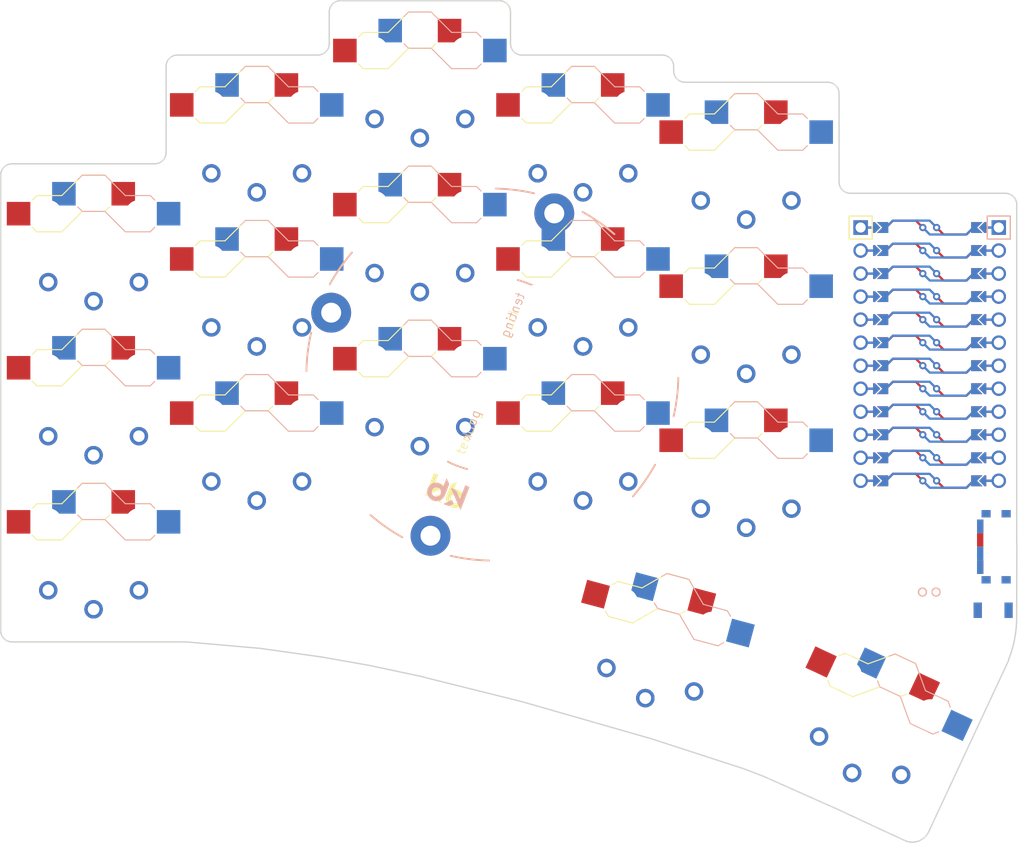
<source format=kicad_pcb>
(kicad_pcb (version 20211014) (generator pcbnew)
  (title_block (title "ferris") (rev "v1.0.0") (company "Unknown"))
  (layers (0 "F.Cu" signal) (31 "B.Cu" signal) (34 "B.Paste" user) (35 "F.Paste" user) (36 "B.SilkS" user "B.Silkscreen") (37 "F.SilkS" user "F.Silkscreen") (38 "B.Mask" user) (39 "F.Mask" user) (44 "Edge.Cuts" user))
  (net 0 "")
  (net 1 "P8")
  (net 2 "GND")
  (net 3 "P5")
  (net 4 "P2")
  (net 5 "P14")
  (net 6 "P18")
  (net 7 "P20")
  (net 8 "P7")
  (net 9 "P4")
  (net 10 "P0")
  (net 11 "P15")
  (net 12 "P19")
  (net 13 "P21")
  (net 14 "P6")
  (net 15 "P3")
  (net 16 "P1")
  (net 17 "P9")
  (net 18 "P10")
  (net 19 "RAW")
  (net 20 "RST")
  (net 21 "VCC")
  (net 22 "P16")
  (net 23 "pos")
  (footprint "lib:bat" (layer "F.Cu") (at 92.2 4 90)
    (fp_text reference "" (at 0 0 90) (layer "F.SilkS") (effects (font (size 1.27 1.27))))
    (fp_text value "" (at 0 0 90) (layer "F.SilkS") (effects (font (size 1.27 1.27))))
    (pad "1" thru_hole circle (at 0 -0.75) (size 1 1) (drill 0.7) (layers *.Cu *.SilkS *.Mask) (net 23 "pos"))
    (pad "2" thru_hole circle (at 0 0.75) (size 1 1) (drill 0.7) (layers *.Cu *.SilkS *.Mask) (net 2 "GND"))
  )
  (footprint "PG1350" (layer "F.Cu") (at 0 0 180)
    (fp_text reference "S18" hide)
    (fp_text value "" hide)
    (pad "" np_thru_hole circle (at 0 0) (size 3.429 3.429) (drill 3.429) (layers *.Cu *.Mask))
    (pad "" np_thru_hole circle (at 5.5 0) (size 1.7018 1.7018) (drill 1.7018) (layers *.Cu *.Mask))
    (pad "" np_thru_hole circle (at -5.5 0) (size 1.7018 1.7018) (drill 1.7018) (layers *.Cu *.Mask))
    (pad "1" thru_hole circle (at -5 -3.8) (size 2.032 2.032) (drill 1.27) (layers *.Cu *.Mask) (net 1 "P8"))
    (pad "1" thru_hole circle (at 5 -3.8) (size 2.032 2.032) (drill 1.27) (layers *.Cu *.Mask) (net 1 "P8"))
    (pad "2" thru_hole circle (at 0 -5.9) (size 2.032 2.032) (drill 1.27) (layers *.Cu *.Mask) (net 2 "GND"))
    (pad "2" thru_hole circle (at 0 -5.9) (size 2.032 2.032) (drill 1.27) (layers *.Cu *.Mask) (net 2 "GND"))
  )
  (footprint "PG1350" (layer "F.Cu") (at 36 -18 180)
    (fp_text reference "S24" hide)
    (fp_text value "" hide)
    (pad "" np_thru_hole circle (at -5.5 0) (size 1.7018 1.7018) (drill 1.7018) (layers *.Cu *.Mask))
    (pad "" np_thru_hole circle (at 5.5 0) (size 1.7018 1.7018) (drill 1.7018) (layers *.Cu *.Mask))
    (pad "" np_thru_hole circle (at 0 0) (size 3.429 3.429) (drill 3.429) (layers *.Cu *.Mask))
    (pad "1" thru_hole circle (at 5 -3.8) (size 2.032 2.032) (drill 1.27) (layers *.Cu *.Mask) (net 8 "P7"))
    (pad "1" thru_hole circle (at -5 -3.8) (size 2.032 2.032) (drill 1.27) (layers *.Cu *.Mask) (net 8 "P7"))
    (pad "2" thru_hole circle (at 0 -5.9) (size 2.032 2.032) (drill 1.27) (layers *.Cu *.Mask) (net 2 "GND"))
    (pad "2" thru_hole circle (at 0 -5.9) (size 2.032 2.032) (drill 1.27) (layers *.Cu *.Mask) (net 2 "GND"))
  )
  (footprint "PG1350" (layer "F.Cu") (at 54 -12 180)
    (fp_text reference "S27" hide)
    (fp_text value "" hide)
    (pad "" np_thru_hole circle (at 0 0) (size 3.429 3.429) (drill 3.429) (layers *.Cu *.Mask))
    (pad "" np_thru_hole circle (at 5.5 0) (size 1.7018 1.7018) (drill 1.7018) (layers *.Cu *.Mask))
    (pad "" np_thru_hole circle (at -5.5 0) (size 1.7018 1.7018) (drill 1.7018) (layers *.Cu *.Mask))
    (pad "1" thru_hole circle (at 5 -3.8) (size 2.032 2.032) (drill 1.27) (layers *.Cu *.Mask) (net 11 "P15"))
    (pad "1" thru_hole circle (at -5 -3.8) (size 2.032 2.032) (drill 1.27) (layers *.Cu *.Mask) (net 11 "P15"))
    (pad "2" thru_hole circle (at 0 -5.9) (size 2.032 2.032) (drill 1.27) (layers *.Cu *.Mask) (net 2 "GND"))
    (pad "2" thru_hole circle (at 0 -5.9) (size 2.032 2.032) (drill 1.27) (layers *.Cu *.Mask) (net 2 "GND"))
  )
  (footprint "PG1350" (layer "F.Cu") (at 0 -34 180)
    (fp_text reference "S20" hide)
    (fp_text value "" hide)
    (pad "" np_thru_hole circle (at 5.5 0) (size 1.7018 1.7018) (drill 1.7018) (layers *.Cu *.Mask))
    (pad "" np_thru_hole circle (at -5.5 0) (size 1.7018 1.7018) (drill 1.7018) (layers *.Cu *.Mask))
    (pad "" np_thru_hole circle (at 0 0) (size 3.429 3.429) (drill 3.429) (layers *.Cu *.Mask))
    (pad "1" thru_hole circle (at -5 -3.8) (size 2.032 2.032) (drill 1.27) (layers *.Cu *.Mask) (net 4 "P2"))
    (pad "1" thru_hole circle (at 5 -3.8) (size 2.032 2.032) (drill 1.27) (layers *.Cu *.Mask) (net 4 "P2"))
    (pad "2" thru_hole circle (at 0 -5.9) (size 2.032 2.032) (drill 1.27) (layers *.Cu *.Mask) (net 2 "GND"))
    (pad "2" thru_hole circle (at 0 -5.9) (size 2.032 2.032) (drill 1.27) (layers *.Cu *.Mask) (net 2 "GND"))
  )
  (footprint "PG1350" (layer "F.Cu") (at 0 -17)
    (fp_text reference "S2" hide)
    (fp_text value "" hide)
    (pad "" np_thru_hole circle (at 5 -3.75) (size 3 3) (drill 3) (layers *.Cu *.Mask))
    (pad "" np_thru_hole circle (at -5.5 0) (size 1.7018 1.7018) (drill 1.7018) (layers *.Cu *.Mask))
    (pad "" np_thru_hole circle (at 5.5 0) (size 1.7018 1.7018) (drill 1.7018) (layers *.Cu *.Mask))
    (pad "" np_thru_hole circle (at 0 -5.95) (size 3 3) (drill 3) (layers *.Cu *.Mask))
    (pad "" np_thru_hole circle (at -5 -3.75) (size 3 3) (drill 3) (layers *.Cu *.Mask))
    (pad "" np_thru_hole circle (at 0 0) (size 3.429 3.429) (drill 3.429) (layers *.Cu *.Mask))
    (pad "" np_thru_hole circle (at 0 -5.95) (size 3 3) (drill 3) (layers *.Cu *.Mask))
    (pad "1" smd rect (at 3.275 -5.95) (size 2.6 2.6) (layers "F.Cu" "F.Paste" "F.Mask") (net 3 "P5"))
    (pad "1" smd rect (at -3.275 -5.95) (size 2.6 2.6) (layers "B.Cu" "B.Paste" "B.Mask") (net 3 "P5"))
    (pad "2" smd rect (at -8.275 -3.75) (size 2.6 2.6) (layers "F.Cu" "F.Paste" "F.Mask") (net 2 "GND"))
    (pad "2" smd rect (at 8.275 -3.75) (size 2.6 2.6) (layers "B.Cu" "B.Paste" "B.Mask") (net 2 "GND"))
  )
  (footprint "PG1350" (layer "F.Cu") (at 36 -35 180)
    (fp_text reference "S25" hide)
    (fp_text value "" hide)
    (pad "" np_thru_hole circle (at -5.5 0) (size 1.7018 1.7018) (drill 1.7018) (layers *.Cu *.Mask))
    (pad "" np_thru_hole circle (at 0 0) (size 3.429 3.429) (drill 3.429) (layers *.Cu *.Mask))
    (pad "" np_thru_hole circle (at 5.5 0) (size 1.7018 1.7018) (drill 1.7018) (layers *.Cu *.Mask))
    (pad "1" thru_hole circle (at 5 -3.8) (size 2.032 2.032) (drill 1.27) (layers *.Cu *.Mask) (net 9 "P4"))
    (pad "1" thru_hole circle (at -5 -3.8) (size 2.032 2.032) (drill 1.27) (layers *.Cu *.Mask) (net 9 "P4"))
    (pad "2" thru_hole circle (at 0 -5.9) (size 2.032 2.032) (drill 1.27) (layers *.Cu *.Mask) (net 2 "GND"))
    (pad "2" thru_hole circle (at 0 -5.9) (size 2.032 2.032) (drill 1.27) (layers *.Cu *.Mask) (net 2 "GND"))
  )
  (footprint "PG1350" (layer "F.Cu") (at 0 0)
    (fp_text reference "S1" hide)
    (fp_text value "" hide)
    (pad "" np_thru_hole circle (at -5.5 0) (size 1.7018 1.7018) (drill 1.7018) (layers *.Cu *.Mask))
    (pad "" np_thru_hole circle (at 0 -5.95) (size 3 3) (drill 3) (layers *.Cu *.Mask))
    (pad "" np_thru_hole circle (at 0 0) (size 3.429 3.429) (drill 3.429) (layers *.Cu *.Mask))
    (pad "" np_thru_hole circle (at 0 -5.95) (size 3 3) (drill 3) (layers *.Cu *.Mask))
    (pad "" np_thru_hole circle (at 5.5 0) (size 1.7018 1.7018) (drill 1.7018) (layers *.Cu *.Mask))
    (pad "" np_thru_hole circle (at -5 -3.75) (size 3 3) (drill 3) (layers *.Cu *.Mask))
    (pad "" np_thru_hole circle (at 5 -3.75) (size 3 3) (drill 3) (layers *.Cu *.Mask))
    (pad "1" smd rect (at -3.275 -5.95) (size 2.6 2.6) (layers "B.Cu" "B.Paste" "B.Mask") (net 1 "P8"))
    (pad "1" smd rect (at 3.275 -5.95) (size 2.6 2.6) (layers "F.Cu" "F.Paste" "F.Mask") (net 1 "P8"))
    (pad "2" smd rect (at 8.275 -3.75) (size 2.6 2.6) (layers "B.Cu" "B.Paste" "B.Mask") (net 2 "GND"))
    (pad "2" smd rect (at -8.275 -3.75) (size 2.6 2.6) (layers "F.Cu" "F.Paste" "F.Mask") (net 2 "GND"))
  )
  (footprint "PG1350" (layer "F.Cu") (at 62.4 10 165)
    (fp_text reference "S33" hide)
    (fp_text value "" hide)
    (pad "" np_thru_hole circle (at 0 0) (size 3.429 3.429) (drill 3.429) (layers *.Cu *.Mask))
    (pad "" np_thru_hole circle (at -5.5 0) (size 1.7018 1.7018) (drill 1.7018) (layers *.Cu *.Mask))
    (pad "" np_thru_hole circle (at 5.5 0) (size 1.7018 1.7018) (drill 1.7018) (layers *.Cu *.Mask))
    (pad "1" thru_hole circle (at 5 -3.8) (size 2.032 2.032) (drill 1.27) (layers *.Cu *.Mask) (net 17 "P9"))
    (pad "1" thru_hole circle (at -5 -3.8) (size 2.032 2.032) (drill 1.27) (layers *.Cu *.Mask) (net 17 "P9"))
    (pad "2" thru_hole circle (at 0 -5.9) (size 2.032 2.032) (drill 1.27) (layers *.Cu *.Mask) (net 2 "GND"))
    (pad "2" thru_hole circle (at 0 -5.9) (size 2.032 2.032) (drill 1.27) (layers *.Cu *.Mask) (net 2 "GND"))
  )
  (footprint "PG1350" (layer "F.Cu") (at 0 -17 180)
    (fp_text reference "S19" hide)
    (fp_text value "" hide)
    (pad "" np_thru_hole circle (at 5.5 0) (size 1.7018 1.7018) (drill 1.7018) (layers *.Cu *.Mask))
    (pad "" np_thru_hole circle (at 0 0) (size 3.429 3.429) (drill 3.429) (layers *.Cu *.Mask))
    (pad "" np_thru_hole circle (at -5.5 0) (size 1.7018 1.7018) (drill 1.7018) (layers *.Cu *.Mask))
    (pad "1" thru_hole circle (at -5 -3.8) (size 2.032 2.032) (drill 1.27) (layers *.Cu *.Mask) (net 3 "P5"))
    (pad "1" thru_hole circle (at 5 -3.8) (size 2.032 2.032) (drill 1.27) (layers *.Cu *.Mask) (net 3 "P5"))
    (pad "2" thru_hole circle (at 0 -5.9) (size 2.032 2.032) (drill 1.27) (layers *.Cu *.Mask) (net 2 "GND"))
    (pad "2" thru_hole circle (at 0 -5.9) (size 2.032 2.032) (drill 1.27) (layers *.Cu *.Mask) (net 2 "GND"))
  )
  (footprint "PG1350" (layer "F.Cu") (at 18 -12 180)
    (fp_text reference "S21" hide)
    (fp_text value "" hide)
    (pad "" np_thru_hole circle (at 5.5 0) (size 1.7018 1.7018) (drill 1.7018) (layers *.Cu *.Mask))
    (pad "" np_thru_hole circle (at -5.5 0) (size 1.7018 1.7018) (drill 1.7018) (layers *.Cu *.Mask))
    (pad "" np_thru_hole circle (at 0 0) (size 3.429 3.429) (drill 3.429) (layers *.Cu *.Mask))
    (pad "1" thru_hole circle (at 5 -3.8) (size 2.032 2.032) (drill 1.27) (layers *.Cu *.Mask) (net 5 "P14"))
    (pad "1" thru_hole circle (at -5 -3.8) (size 2.032 2.032) (drill 1.27) (layers *.Cu *.Mask) (net 5 "P14"))
    (pad "2" thru_hole circle (at 0 -5.9) (size 2.032 2.032) (drill 1.27) (layers *.Cu *.Mask) (net 2 "GND"))
    (pad "2" thru_hole circle (at 0 -5.9) (size 2.032 2.032) (drill 1.27) (layers *.Cu *.Mask) (net 2 "GND"))
  )
  (footprint "Button_Switch_SMD:SW_SPST_B3U-1000P" (layer "F.Cu") (at 99.25 6)
    (fp_text reference "" (at 0 0) (layer "F.SilkS") (effects (font (size 1.27 1.27))))
    (fp_text value "" (at 0 0) (layer "F.SilkS") (effects (font (size 1.27 1.27))))
    (pad "1" smd rect (at -1.7 0) (size 0.9 1.7) (layers "B.Cu" "B.Paste" "B.Mask") (net 20 "RST"))
    (pad "1" smd rect (at 1.7 0) (size 0.9 1.7) (layers "F.Cu" "F.Paste" "F.Mask") (net 20 "RST"))
    (pad "2" smd rect (at 1.7 0) (size 0.9 1.7) (layers "B.Cu" "B.Paste" "B.Mask") (net 2 "GND"))
    (pad "2" smd rect (at -1.7 0) (size 0.9 1.7) (layers "F.Cu" "F.Paste" "F.Mask") (net 2 "GND"))
  )
  (footprint "PG1350" (layer "F.Cu") (at 36 -35)
    (fp_text reference "S8" hide)
    (fp_text value "" hide)
    (pad "" np_thru_hole circle (at 0 -5.95) (size 3 3) (drill 3) (layers *.Cu *.Mask))
    (pad "" np_thru_hole circle (at 0 -5.95) (size 3 3) (drill 3) (layers *.Cu *.Mask))
    (pad "" np_thru_hole circle (at -5.5 0) (size 1.7018 1.7018) (drill 1.7018) (layers *.Cu *.Mask))
    (pad "" np_thru_hole circle (at 5.5 0) (size 1.7018 1.7018) (drill 1.7018) (layers *.Cu *.Mask))
    (pad "" np_thru_hole circle (at 0 0) (size 3.429 3.429) (drill 3.429) (layers *.Cu *.Mask))
    (pad "" np_thru_hole circle (at 5 -3.75) (size 3 3) (drill 3) (layers *.Cu *.Mask))
    (pad "" np_thru_hole circle (at -5 -3.75) (size 3 3) (drill 3) (layers *.Cu *.Mask))
    (pad "1" smd rect (at -3.275 -5.95) (size 2.6 2.6) (layers "B.Cu" "B.Paste" "B.Mask") (net 9 "P4"))
    (pad "1" smd rect (at 3.275 -5.95) (size 2.6 2.6) (layers "F.Cu" "F.Paste" "F.Mask") (net 9 "P4"))
    (pad "2" smd rect (at -8.275 -3.75) (size 2.6 2.6) (layers "F.Cu" "F.Paste" "F.Mask") (net 2 "GND"))
    (pad "2" smd rect (at 8.275 -3.75) (size 2.6 2.6) (layers "B.Cu" "B.Paste" "B.Mask") (net 2 "GND"))
  )
  (footprint "PG1350" (layer "F.Cu") (at 0 -34)
    (fp_text reference "S3" hide)
    (fp_text value "" hide)
    (pad "" np_thru_hole circle (at -5 -3.75) (size 3 3) (drill 3) (layers *.Cu *.Mask))
    (pad "" np_thru_hole circle (at 5 -3.75) (size 3 3) (drill 3) (layers *.Cu *.Mask))
    (pad "" np_thru_hole circle (at -5.5 0) (size 1.7018 1.7018) (drill 1.7018) (layers *.Cu *.Mask))
    (pad "" np_thru_hole circle (at 0 -5.95) (size 3 3) (drill 3) (layers *.Cu *.Mask))
    (pad "" np_thru_hole circle (at 0 -5.95) (size 3 3) (drill 3) (layers *.Cu *.Mask))
    (pad "" np_thru_hole circle (at 0 0) (size 3.429 3.429) (drill 3.429) (layers *.Cu *.Mask))
    (pad "" np_thru_hole circle (at 5.5 0) (size 1.7018 1.7018) (drill 1.7018) (layers *.Cu *.Mask))
    (pad "1" smd rect (at 3.275 -5.95) (size 2.6 2.6) (layers "F.Cu" "F.Paste" "F.Mask") (net 4 "P2"))
    (pad "1" smd rect (at -3.275 -5.95) (size 2.6 2.6) (layers "B.Cu" "B.Paste" "B.Mask") (net 4 "P2"))
    (pad "2" smd rect (at 8.275 -3.75) (size 2.6 2.6) (layers "B.Cu" "B.Paste" "B.Mask") (net 2 "GND"))
    (pad "2" smd rect (at -8.275 -3.75) (size 2.6 2.6) (layers "F.Cu" "F.Paste" "F.Mask") (net 2 "GND"))
  )
  (footprint "Button_Switch_SMD:SW_SPDT_PCM12" (layer "F.Cu") (at 99.25 -1 90)
    (fp_text reference "" (at 0 0 90) (layer "F.SilkS") (effects (font (size 1.27 1.27))))
    (fp_text value "" (at 0 0 90) (layer "F.SilkS") (effects (font (size 1.27 1.27))))
    (pad "" np_thru_hole circle (at -1.5 0.33) (size 0.9 0.9) (drill 0.9) (layers *.Cu *.Mask))
    (pad "" smd rect (at 3.65 1.43) (size 1 0.8) (layers "F.Cu" "F.Paste" "F.Mask"))
    (pad "" np_thru_hole circle (at 1.5 0.33) (size 0.9 0.9) (drill 0.9) (layers *.Cu *.Mask))
    (pad "" smd rect (at -3.65 1.43) (size 1 0.8) (layers "B.Cu" "B.Paste" "B.Mask"))
    (pad "" smd rect (at 3.65 -0.78) (size 1 0.8) (layers "F.Cu" "F.Paste" "F.Mask"))
    (pad "" np_thru_hole circle (at -1.5 0.33) (size 0.9 0.9) (drill 0.9) (layers *.Cu *.Mask))
    (pad "" smd rect (at 3.65 -0.78) (size 1 0.8) (layers "B.Cu" "B.Paste" "B.Mask"))
    (pad "" np_thru_hole circle (at 1.5 0.33) (size 0.9 0.9) (drill 0.9) (layers *.Cu *.Mask))
    (pad "" smd rect (at -3.65 -0.78) (size 1 0.8) (layers "B.Cu" "B.Paste" "B.Mask"))
    (pad "" smd rect (at -3.65 1.43) (size 1 0.8) (layers "F.Cu" "F.Paste" "F.Mask"))
    (pad "" smd rect (at 3.65 1.43) (size 1 0.8) (layers "B.Cu" "B.Paste" "B.Mask"))
    (pad "" smd rect (at -3.65 -0.78) (size 1 0.8) (layers "F.Cu" "F.Paste" "F.Mask"))
    (pad "1" smd rect (at -2.25 -1.43) (size 0.7 1.5) (layers "F.Cu" "F.Paste" "F.Mask") (net 23 "pos"))
    (pad "1" smd rect (at 2.25 -1.43) (size 0.7 1.5) (layers "B.Cu" "B.Paste" "B.Mask") (net 23 "pos"))
    (pad "2" smd rect (at -0.75 -1.43) (size 0.7 1.5) (layers "B.Cu" "B.Paste" "B.Mask") (net 19 "RAW"))
    (pad "2" smd rect (at 0.75 -1.43) (size 0.7 1.5) (layers "F.Cu" "F.Paste" "F.Mask") (net 19 "RAW"))
    (pad "3" smd rect (at 2.25 -1.43) (size 0.7 1.5) (layers "F.Cu" "F.Paste" "F.Mask"))
    (pad "3" smd rect (at -2.25 -1.43) (size 0.7 1.5) (layers "B.Cu" "B.Paste" "B.Mask"))
  )
  (footprint "PG1350" (layer "F.Cu") (at 54 -29)
    (fp_text reference "S11" hide)
    (fp_text value "" hide)
    (pad "" np_thru_hole circle (at 0 -5.95) (size 3 3) (drill 3) (layers *.Cu *.Mask))
    (pad "" np_thru_hole circle (at 5 -3.75) (size 3 3) (drill 3) (layers *.Cu *.Mask))
    (pad "" np_thru_hole circle (at -5.5 0) (size 1.7018 1.7018) (drill 1.7018) (layers *.Cu *.Mask))
    (pad "" np_thru_hole circle (at 0 0) (size 3.429 3.429) (drill 3.429) (layers *.Cu *.Mask))
    (pad "" np_thru_hole circle (at -5 -3.75) (size 3 3) (drill 3) (layers *.Cu *.Mask))
    (pad "" np_thru_hole circle (at 5.5 0) (size 1.7018 1.7018) (drill 1.7018) (layers *.Cu *.Mask))
    (pad "" np_thru_hole circle (at 0 -5.95) (size 3 3) (drill 3) (layers *.Cu *.Mask))
    (pad "1" smd rect (at -3.275 -5.95) (size 2.6 2.6) (layers "B.Cu" "B.Paste" "B.Mask") (net 12 "P19"))
    (pad "1" smd rect (at 3.275 -5.95) (size 2.6 2.6) (layers "F.Cu" "F.Paste" "F.Mask") (net 12 "P19"))
    (pad "2" smd rect (at 8.275 -3.75) (size 2.6 2.6) (layers "B.Cu" "B.Paste" "B.Mask") (net 2 "GND"))
    (pad "2" smd rect (at -8.275 -3.75) (size 2.6 2.6) (layers "F.Cu" "F.Paste" "F.Mask") (net 2 "GND"))
  )
  (footprint "PG1350" (layer "F.Cu") (at 36 -52)
    (fp_text reference "S9" hide)
    (fp_text value "" hide)
    (pad "" np_thru_hole circle (at -5 -3.75) (size 3 3) (drill 3) (layers *.Cu *.Mask))
    (pad "" np_thru_hole circle (at 5.5 0) (size 1.7018 1.7018) (drill 1.7018) (layers *.Cu *.Mask))
    (pad "" np_thru_hole circle (at 0 0) (size 3.429 3.429) (drill 3.429) (layers *.Cu *.Mask))
    (pad "" np_thru_hole circle (at 5 -3.75) (size 3 3) (drill 3) (layers *.Cu *.Mask))
    (pad "" np_thru_hole circle (at 0 -5.95) (size 3 3) (drill 3) (layers *.Cu *.Mask))
    (pad "" np_thru_hole circle (at -5.5 0) (size 1.7018 1.7018) (drill 1.7018) (layers *.Cu *.Mask))
    (pad "" np_thru_hole circle (at 0 -5.95) (size 3 3) (drill 3) (layers *.Cu *.Mask))
    (pad "1" smd rect (at -3.275 -5.95) (size 2.6 2.6) (layers "B.Cu" "B.Paste" "B.Mask") (net 10 "P0"))
    (pad "1" smd rect (at 3.275 -5.95) (size 2.6 2.6) (layers "F.Cu" "F.Paste" "F.Mask") (net 10 "P0"))
    (pad "2" smd rect (at 8.275 -3.75) (size 2.6 2.6) (layers "B.Cu" "B.Paste" "B.Mask") (net 2 "GND"))
    (pad "2" smd rect (at -8.275 -3.75) (size 2.6 2.6) (layers "F.Cu" "F.Paste" "F.Mask") (net 2 "GND"))
  )
  (footprint "PG1350" (layer "F.Cu") (at 62.4 10 -15)
    (fp_text reference "S16" hide)
    (fp_text value "" hide)
    (pad "" np_thru_hole circle (at 0 -5.95) (size 3 3) (drill 3) (layers *.Cu *.Mask))
    (pad "" np_thru_hole circle (at 5.5 0) (size 1.7018 1.7018) (drill 1.7018) (layers *.Cu *.Mask))
    (pad "" np_thru_hole circle (at 0 0) (size 3.429 3.429) (drill 3.429) (layers *.Cu *.Mask))
    (pad "" np_thru_hole circle (at 0 -5.95) (size 3 3) (drill 3) (layers *.Cu *.Mask))
    (pad "" np_thru_hole circle (at 5 -3.75) (size 3 3) (drill 3) (layers *.Cu *.Mask))
    (pad "" np_thru_hole circle (at -5.5 0) (size 1.7018 1.7018) (drill 1.7018) (layers *.Cu *.Mask))
    (pad "" np_thru_hole circle (at -5 -3.75) (size 3 3) (drill 3) (layers *.Cu *.Mask))
    (pad "1" smd rect (at -3.275 -5.95 345) (size 2.6 2.6) (layers "B.Cu" "B.Paste" "B.Mask") (net 17 "P9"))
    (pad "1" smd rect (at 3.275 -5.95 345) (size 2.6 2.6) (layers "F.Cu" "F.Paste" "F.Mask") (net 17 "P9"))
    (pad "2" smd rect (at -8.275 -3.75 345) (size 2.6 2.6) (layers "F.Cu" "F.Paste" "F.Mask") (net 2 "GND"))
    (pad "2" smd rect (at 8.275 -3.75 345) (size 2.6 2.6) (layers "B.Cu" "B.Paste" "B.Mask") (net 2 "GND"))
  )
  (footprint "PG1350" (layer "F.Cu") (at 18 -29 180)
    (fp_text reference "S22" hide)
    (fp_text value "" hide)
    (pad "" np_thru_hole circle (at 0 0) (size 3.429 3.429) (drill 3.429) (layers *.Cu *.Mask))
    (pad "" np_thru_hole circle (at -5.5 0) (size 1.7018 1.7018) (drill 1.7018) (layers *.Cu *.Mask))
    (pad "" np_thru_hole circle (at 5.5 0) (size 1.7018 1.7018) (drill 1.7018) (layers *.Cu *.Mask))
    (pad "1" thru_hole circle (at 5 -3.8) (size 2.032 2.032) (drill 1.27) (layers *.Cu *.Mask) (net 6 "P18"))
    (pad "1" thru_hole circle (at -5 -3.8) (size 2.032 2.032) (drill 1.27) (layers *.Cu *.Mask) (net 6 "P18"))
    (pad "2" thru_hole circle (at 0 -5.9) (size 2.032 2.032) (drill 1.27) (layers *.Cu *.Mask) (net 2 "GND"))
    (pad "2" thru_hole circle (at 0 -5.9) (size 2.032 2.032) (drill 1.27) (layers *.Cu *.Mask) (net 2 "GND"))
  )
  (footprint "PG1350" (layer "F.Cu") (at 36 -18)
    (fp_text reference "S7" hide)
    (fp_text value "" hide)
    (pad "" np_thru_hole circle (at 0 -5.95) (size 3 3) (drill 3) (layers *.Cu *.Mask))
    (pad "" np_thru_hole circle (at -5.5 0) (size 1.7018 1.7018) (drill 1.7018) (layers *.Cu *.Mask))
    (pad "" np_thru_hole circle (at 0 0) (size 3.429 3.429) (drill 3.429) (layers *.Cu *.Mask))
    (pad "" np_thru_hole circle (at 5 -3.75) (size 3 3) (drill 3) (layers *.Cu *.Mask))
    (pad "" np_thru_hole circle (at 5.5 0) (size 1.7018 1.7018) (drill 1.7018) (layers *.Cu *.Mask))
    (pad "" np_thru_hole circle (at -5 -3.75) (size 3 3) (drill 3) (layers *.Cu *.Mask))
    (pad "" np_thru_hole circle (at 0 -5.95) (size 3 3) (drill 3) (layers *.Cu *.Mask))
    (pad "1" smd rect (at -3.275 -5.95) (size 2.6 2.6) (layers "B.Cu" "B.Paste" "B.Mask") (net 8 "P7"))
    (pad "1" smd rect (at 3.275 -5.95) (size 2.6 2.6) (layers "F.Cu" "F.Paste" "F.Mask") (net 8 "P7"))
    (pad "2" smd rect (at -8.275 -3.75) (size 2.6 2.6) (layers "F.Cu" "F.Paste" "F.Mask") (net 2 "GND"))
    (pad "2" smd rect (at 8.275 -3.75) (size 2.6 2.6) (layers "B.Cu" "B.Paste" "B.Mask") (net 2 "GND"))
  )
  (footprint "PG1350" (layer "F.Cu") (at 54 -46)
    (fp_text reference "S12" hide)
    (fp_text value "" hide)
    (pad "" np_thru_hole circle (at 0 0) (size 3.429 3.429) (drill 3.429) (layers *.Cu *.Mask))
    (pad "" np_thru_hole circle (at 5.5 0) (size 1.7018 1.7018) (drill 1.7018) (layers *.Cu *.Mask))
    (pad "" np_thru_hole circle (at -5 -3.75) (size 3 3) (drill 3) (layers *.Cu *.Mask))
    (pad "" np_thru_hole circle (at -5.5 0) (size 1.7018 1.7018) (drill 1.7018) (layers *.Cu *.Mask))
    (pad "" np_thru_hole circle (at 5 -3.75) (size 3 3) (drill 3) (layers *.Cu *.Mask))
    (pad "" np_thru_hole circle (at 0 -5.95) (size 3 3) (drill 3) (layers *.Cu *.Mask))
    (pad "" np_thru_hole circle (at 0 -5.95) (size 3 3) (drill 3) (layers *.Cu *.Mask))
    (pad "1" smd rect (at -3.275 -5.95) (size 2.6 2.6) (layers "B.Cu" "B.Paste" "B.Mask") (net 13 "P21"))
    (pad "1" smd rect (at 3.275 -5.95) (size 2.6 2.6) (layers "F.Cu" "F.Paste" "F.Mask") (net 13 "P21"))
    (pad "2" smd rect (at 8.275 -3.75) (size 2.6 2.6) (layers "B.Cu" "B.Paste" "B.Mask") (net 2 "GND"))
    (pad "2" smd rect (at -8.275 -3.75) (size 2.6 2.6) (layers "F.Cu" "F.Paste" "F.Mask") (net 2 "GND"))
  )
  (footprint "PG1350" (layer "F.Cu") (at 86.182282 18.60864 -25)
    (fp_text reference "S17" hide)
    (fp_text value "" hide)
    (pad "" np_thru_hole circle (at 0 -5.95) (size 3 3) (drill 3) (layers *.Cu *.Mask))
    (pad "" np_thru_hole circle (at 0 -5.95) (size 3 3) (drill 3) (layers *.Cu *.Mask))
    (pad "" np_thru_hole circle (at 5 -3.75) (size 3 3) (drill 3) (layers *.Cu *.Mask))
    (pad "" np_thru_hole circle (at -5 -3.75) (size 3 3) (drill 3) (layers *.Cu *.Mask))
    (pad "" np_thru_hole circle (at 0 0) (size 3.429 3.429) (drill 3.429) (layers *.Cu *.Mask))
    (pad "" np_thru_hole circle (at -5.5 0) (size 1.7018 1.7018) (drill 1.7018) (layers *.Cu *.Mask))
    (pad "" np_thru_hole circle (at 5.5 0) (size 1.7018 1.7018) (drill 1.7018) (layers *.Cu *.Mask))
    (pad "1" smd rect (at -3.275 -5.95 335) (size 2.6 2.6) (layers "B.Cu" "B.Paste" "B.Mask") (net 18 "P10"))
    (pad "1" smd rect (at 3.275 -5.95 335) (size 2.6 2.6) (layers "F.Cu" "F.Paste" "F.Mask") (net 18 "P10"))
    (pad "2" smd rect (at -8.275 -3.75 335) (size 2.6 2.6) (layers "F.Cu" "F.Paste" "F.Mask") (net 2 "GND"))
    (pad "2" smd rect (at 8.275 -3.75 335) (size 2.6 2.6) (layers "B.Cu" "B.Paste" "B.Mask") (net 2 "GND"))
  )
  (footprint "PG1350" (layer "F.Cu") (at 54 -29 180)
    (fp_text reference "S28" hide)
    (fp_text value "" hide)
    (pad "" np_thru_hole circle (at 0 0) (size 3.429 3.429) (drill 3.429) (layers *.Cu *.Mask))
    (pad "" np_thru_hole circle (at 5.5 0) (size 1.7018 1.7018) (drill 1.7018) (layers *.Cu *.Mask))
    (pad "" np_thru_hole circle (at -5.5 0) (size 1.7018 1.7018) (drill 1.7018) (layers *.Cu *.Mask))
    (pad "1" thru_hole circle (at 5 -3.8) (size 2.032 2.032) (drill 1.27) (layers *.Cu *.Mask) (net 12 "P19"))
    (pad "1" thru_hole circle (at -5 -3.8) (size 2.032 2.032) (drill 1.27) (layers *.Cu *.Mask) (net 12 "P19"))
    (pad "2" thru_hole circle (at 0 -5.9) (size 2.032 2.032) (drill 1.27) (layers *.Cu *.Mask) (net 2 "GND"))
    (pad "2" thru_hole circle (at 0 -5.9) (size 2.032 2.032) (drill 1.27) (layers *.Cu *.Mask) (net 2 "GND"))
  )
  (footprint "PG1350" (layer "F.Cu") (at 18 -29)
    (fp_text reference "S5" hide)
    (fp_text value "" hide)
    (pad "" np_thru_hole circle (at 5.5 0) (size 1.7018 1.7018) (drill 1.7018) (layers *.Cu *.Mask))
    (pad "" np_thru_hole circle (at 0 -5.95) (size 3 3) (drill 3) (layers *.Cu *.Mask))
    (pad "" np_thru_hole circle (at -5.5 0) (size 1.7018 1.7018) (drill 1.7018) (layers *.Cu *.Mask))
    (pad "" np_thru_hole circle (at 0 0) (size 3.429 3.429) (drill 3.429) (layers *.Cu *.Mask))
    (pad "" np_thru_hole circle (at -5 -3.75) (size 3 3) (drill 3) (layers *.Cu *.Mask))
    (pad "" np_thru_hole circle (at 5 -3.75) (size 3 3) (drill 3) (layers *.Cu *.Mask))
    (pad "" np_thru_hole circle (at 0 -5.95) (size 3 3) (drill 3) (layers *.Cu *.Mask))
    (pad "1" smd rect (at 3.275 -5.95) (size 2.6 2.6) (layers "F.Cu" "F.Paste" "F.Mask") (net 6 "P18"))
    (pad "1" smd rect (at -3.275 -5.95) (size 2.6 2.6) (layers "B.Cu" "B.Paste" "B.Mask") (net 6 "P18"))
    (pad "2" smd rect (at -8.275 -3.75) (size 2.6 2.6) (layers "F.Cu" "F.Paste" "F.Mask") (net 2 "GND"))
    (pad "2" smd rect (at 8.275 -3.75) (size 2.6 2.6) (layers "B.Cu" "B.Paste" "B.Mask") (net 2 "GND"))
  )
  (footprint "PG1350" (layer "F.Cu") (at 72 -9)
    (fp_text reference "S13" hide)
    (fp_text value "" hide)
    (pad "" np_thru_hole circle (at 5 -3.75) (size 3 3) (drill 3) (layers *.Cu *.Mask))
    (pad "" np_thru_hole circle (at 5.5 0) (size 1.7018 1.7018) (drill 1.7018) (layers *.Cu *.Mask))
    (pad "" np_thru_hole circle (at 0 -5.95) (size 3 3) (drill 3) (layers *.Cu *.Mask))
    (pad "" np_thru_hole circle (at 0 -5.95) (size 3 3) (drill 3) (layers *.Cu *.Mask))
    (pad "" np_thru_hole circle (at -5 -3.75) (size 3 3) (drill 3) (layers *.Cu *.Mask))
    (pad "" np_thru_hole circle (at 0 0) (size 3.429 3.429) (drill 3.429) (layers *.Cu *.Mask))
    (pad "" np_thru_hole circle (at -5.5 0) (size 1.7018 1.7018) (drill 1.7018) (layers *.Cu *.Mask))
    (pad "1" smd rect (at -3.275 -5.95) (size 2.6 2.6) (layers "B.Cu" "B.Paste" "B.Mask") (net 14 "P6"))
    (pad "1" smd rect (at 3.275 -5.95) (size 2.6 2.6) (layers "F.Cu" "F.Paste" "F.Mask") (net 14 "P6"))
    (pad "2" smd rect (at -8.275 -3.75) (size 2.6 2.6) (layers "F.Cu" "F.Paste" "F.Mask") (net 2 "GND"))
    (pad "2" smd rect (at 8.275 -3.75) (size 2.6 2.6) (layers "B.Cu" "B.Paste" "B.Mask") (net 2 "GND"))
  )
  (footprint "PG1350" (layer "F.Cu") (at 54 -46 180)
    (fp_text reference "S29" hide)
    (fp_text value "" hide)
    (pad "" np_thru_hole circle (at -5.5 0) (size 1.7018 1.7018) (drill 1.7018) (layers *.Cu *.Mask))
    (pad "" np_thru_hole circle (at 0 0) (size 3.429 3.429) (drill 3.429) (layers *.Cu *.Mask))
    (pad "" np_thru_hole circle (at 5.5 0) (size 1.7018 1.7018) (drill 1.7018) (layers *.Cu *.Mask))
    (pad "1" thru_hole circle (at -5 -3.8) (size 2.032 2.032) (drill 1.27) (layers *.Cu *.Mask) (net 13 "P21"))
    (pad "1" thru_hole circle (at 5 -3.8) (size 2.032 2.032) (drill 1.27) (layers *.Cu *.Mask) (net 13 "P21"))
    (pad "2" thru_hole circle (at 0 -5.9) (size 2.032 2.032) (drill 1.27) (layers *.Cu *.Mask) (net 2 "GND"))
    (pad "2" thru_hole circle (at 0 -5.9) (size 2.032 2.032) (drill 1.27) (layers *.Cu *.Mask) (net 2 "GND"))
  )
  (footprint "PG1350" (layer "F.Cu") (at 18 -46 180)
    (fp_text reference "S23" hide)
    (fp_text value "" hide)
    (pad "" np_thru_hole circle (at 0 0) (size 3.429 3.429) (drill 3.429) (layers *.Cu *.Mask))
    (pad "" np_thru_hole circle (at -5.5 0) (size 1.7018 1.7018) (drill 1.7018) (layers *.Cu *.Mask))
    (pad "" np_thru_hole circle (at 5.5 0) (size 1.7018 1.7018) (drill 1.7018) (layers *.Cu *.Mask))
    (pad "1" thru_hole circle (at -5 -3.8) (size 2.032 2.032) (drill 1.27) (layers *.Cu *.Mask) (net 7 "P20"))
    (pad "1" thru_hole circle (at 5 -3.8) (size 2.032 2.032) (drill 1.27) (layers *.Cu *.Mask) (net 7 "P20"))
    (pad "2" thru_hole circle (at 0 -5.9) (size 2.032 2.032) (drill 1.27) (layers *.Cu *.Mask) (net 2 "GND"))
    (pad "2" thru_hole circle (at 0 -5.9) (size 2.032 2.032) (drill 1.27) (layers *.Cu *.Mask) (net 2 "GND"))
  )
  (footprint "ProMicro" (layer "F.Cu") (at 92.25 -22.25 -90)
    (fp_text reference "MCU1" hide)
    (fp_text value "" (at 0 0 -90) (layer "F.SilkS") (effects (font (size 1.27 1.27))))
    (pad "" smd custom (at -1.27 -5.842 270) (size 0.1 0.1) (layers "F.Cu" "F.Mask") (clearance 0.1) (options (clearance outline) (anchor rect)) (primitives (gr_poly (pts (xy 0.6 -0.4) (xy -0.6 -0.4) (xy -0.6 -0.2) (xy 0 0.4) (xy 0.6 -0.2)) (width 0) (fill yes))))
    (pad "" smd custom (at 1.27 -6.35 270) (size 0.25 1) (layers "B.Cu") (options (clearance outline) (anchor rect)) (primitives))
    (pad "" smd custom (at 1.27 5.842 90) (size 0.1 0.1) (layers "F.Cu" "F.Mask") (clearance 0.1) (options (clearance outline) (anchor rect)) (primitives (gr_poly (pts (xy 0.6 -0.4) (xy -0.6 -0.4) (xy -0.6 -0.2) (xy 0 0.4) (xy 0.6 -0.2)) (width 0) (fill yes))))
    (pad "" smd custom (at -11.43 -5.842 270) (size 0.1 0.1) (layers "F.Cu" "F.Mask") (clearance 0.1) (options (clearance outline) (anchor rect)) (primitives (gr_poly (pts (xy 0.6 -0.4) (xy -0.6 -0.4) (xy -0.6 -0.2) (xy 0 0.4) (xy 0.6 -0.2)) (width 0) (fill yes))))
    (pad "" smd custom (at 3.81 -5.842 270) (size 0.1 0.1) (layers "F.Cu" "F.Mask") (clearance 0.1) (options (clearance outline) (anchor rect)) (primitives (gr_poly (pts (xy 0.6 -0.4) (xy -0.6 -0.4) (xy -0.6 -0.2) (xy 0 0.4) (xy 0.6 -0.2)) (width 0) (fill yes))))
    (pad "" smd custom (at 8.89 5.842 90) (size 0.1 0.1) (layers "B.Cu" "B.Mask") (clearance 0.1) (options (clearance outline) (anchor rect)) (primitives (gr_poly (pts (xy 0.6 -0.4) (xy -0.6 -0.4) (xy -0.6 -0.2) (xy 0 0.4) (xy 0.6 -0.2)) (width 0) (fill yes))))
    (pad "" smd custom (at 8.89 -5.842 270) (size 0.1 0.1) (layers "F.Cu" "F.Mask") (clearance 0.1) (options (clearance outline) (anchor rect)) (primitives (gr_poly (pts (xy 0.6 -0.4) (xy -0.6 -0.4) (xy -0.6 -0.2) (xy 0 0.4) (xy 0.6 -0.2)) (width 0) (fill yes))))
    (pad "" smd custom (at 6.35 5.842 90) (size 0.1 0.1) (layers "B.Cu" "B.Mask") (clearance 0.1) (options (clearance outline) (anchor rect)) (primitives (gr_poly (pts (xy 0.6 -0.4) (xy -0.6 -0.4) (xy -0.6 -0.2) (xy 0 0.4) (xy 0.6 -0.2)) (width 0) (fill yes))))
    (pad "" thru_hole circle (at -13.97 7.62) (size 1.6 1.6) (drill 1.1) (layers *.Cu *.Mask))
    (pad "" smd custom (at 13.97 5.842 90) (size 0.1 0.1) (layers "F.Cu" "F.Mask") (clearance 0.1) (options (clearance outline) (anchor rect)) (primitives (gr_poly (pts (xy 0.6 -0.4) (xy -0.6 -0.4) (xy -0.6 -0.2) (xy 0 0.4) (xy 0.6 -0.2)) (width 0) (fill yes))))
    (pad "" smd custom (at 8.89 -6.35 270) (size 0.25 1) (layers "B.Cu") (options (clearance outline) (anchor rect)) (primitives))
    (pad "" smd custom (at -13.97 -5.842 270) (size 0.1 0.1) (layers "F.Cu" "F.Mask") (clearance 0.1) (options (clearance outline) (anchor rect)) (primitives (gr_poly (pts (xy 0.6 -0.4) (xy -0.6 -0.4) (xy -0.6 -0.2) (xy 0 0.4) (xy 0.6 -0.2)) (width 0) (fill yes))))
    (pad "" smd custom (at 3.81 6.35 90) (size 0.25 1) (layers "F.Cu") (options (clearance outline) (anchor rect)) (primitives))
    (pad "" thru_hole circle (at 8.89 -7.62) (size 1.6 1.6) (drill 1.1) (layers *.Cu *.Mask))
    (pad "" thru_hole rect (at -13.97 -7.62 270) (size 1.6 1.6) (drill 1.1) (layers "B.Cu" "B.Mask"))
    (pad "" smd custom (at -13.97 5.842 90) (size 0.1 0.1) (layers "F.Cu" "F.Mask") (clearance 0.1) (options (clearance outline) (anchor rect)) (primitives (gr_poly (pts (xy 0.6 -0.4) (xy -0.6 -0.4) (xy -0.6 -0.2) (xy 0 0.4) (xy 0.6 -0.2)) (width 0) (fill yes))))
    (pad "" smd custom (at -13.97 5.842 90) (size 0.1 0.1) (layers "B.Cu" "B.Mask") (clearance 0.1) (options (clearance outline) (anchor rect)) (primitives (gr_poly (pts (xy 0.6 -0.4) (xy -0.6 -0.4) (xy -0.6 -0.2) (xy 0 0.4) (xy 0.6 -0.2)) (width 0) (fill yes))))
    (pad "" smd custom (at 11.43 6.35 90) (size 0.25 1) (layers "B.Cu") (options (clearance outline) (anchor rect)) (primitives))
    (pad "" smd custom (at -8.89 5.842 90) (size 0.1 0.1) (layers "F.Cu" "F.Mask") (clearance 0.1) (options (clearance outline) (anchor rect)) (primitives (gr_poly (pts (xy 0.6 -0.4) (xy -0.6 -0.4) (xy -0.6 -0.2) (xy 0 0.4) (xy 0.6 -0.2)) (width 0) (fill yes))))
    (pad "" smd custom (at -1.27 6.35 90) (size 0.25 1) (layers "F.Cu") (options (clearance outline) (anchor rect)) (primitives))
    (pad "" smd custom (at 11.43 5.842 90) (size 0.1 0.1) (layers "F.Cu" "F.Mask") (clearance 0.1) (options (clearance outline) (anchor rect)) (primitives (gr_poly (pts (xy 0.6 -0.4) (xy -0.6 -0.4) (xy -0.6 -0.2) (xy 0 0.4) (xy 0.6 -0.2)) (width 0) (fill yes))))
    (pad "" smd custom (at -1.27 6.35 90) (size 0.25 1) (layers "B.Cu") (options (clearance outline) (anchor rect)) (primitives))
    (pad "" smd custom (at -8.89 -6.35 270) (size 0.25 1) (layers "B.Cu") (options (clearance outline) (anchor rect)) (primitives))
    (pad "" thru_hole circle (at -8.89 -7.62) (size 1.6 1.6) (drill 1.1) (layers *.Cu *.Mask))
    (pad "" smd custom (at -3.81 -6.35 270) (size 0.25 1) (layers "B.Cu") (options (clearance outline) (anchor rect)) (primitives))
    (pad "" smd custom (at 3.81 -6.35 270) (size 0.25 1) (layers "F.Cu") (options (clearance outline) (anchor rect)) (primitives))
    (pad "" smd custom (at 13.97 -5.842 270) (size 0.1 0.1) (layers "B.Cu" "B.Mask") (clearance 0.1) (options (clearance outline) (anchor rect)) (primitives (gr_poly (pts (xy 0.6 -0.4) (xy -0.6 -0.4) (xy -0.6 -0.2) (xy 0 0.4) (xy 0.6 -0.2)) (width 0) (fill yes))))
    (pad "" smd custom (at -13.97 -6.35 270) (size 0.25 1) (layers "B.Cu") (options (clearance outline) (anchor rect)) (primitives))
    (pad "" smd custom (at -13.97 -5.842 270) (size 0.1 0.1) (layers "B.Cu" "B.Mask") (clearance 0.1) (options (clearance outline) (anchor rect)) (primitives (gr_poly (pts (xy 0.6 -0.4) (xy -0.6 -0.4) (xy -0.6 -0.2) (xy 0 0.4) (xy 0.6 -0.2)) (width 0) (fill yes))))
    (pad "" smd custom (at 1.27 -5.842 270) (size 0.1 0.1) (layers "F.Cu" "F.Mask") (clearance 0.1) (options (clearance outline) (anchor rect)) (primitives (gr_poly (pts (xy 0.6 -0.4) (xy -0.6 -0.4) (xy -0.6 -0.2) (xy 0 0.4) (xy 0.6 -0.2)) (width 0) (fill yes))))
    (pad "" thru_hole circle (at 6.35 -7.62) (size 1.6 1.6) (drill 1.1) (layers *.Cu *.Mask))
    (pad "" smd custom (at 11.43 -5.842 270) (size 0.1 0.1) (layers "B.Cu" "B.Mask") (clearance 0.1) (options (clearance outline) (anchor rect)) (primitives (gr_poly (pts (xy 0.6 -0.4) (xy -0.6 -0.4) (xy -0.6 -0.2) (xy 0 0.4) (xy 0.6 -0.2)) (width 0) (fill yes))))
    (pad "" smd custom (at 13.97 -6.35 270) (size 0.25 1) (layers "B.Cu") (options (clearance outline) (anchor rect)) (primitives))
    (pad "" smd custom (at 11.43 -6.35 270) (size 0.25 1) (layers "F.Cu") (options (clearance outline) (anchor rect)) (primitives))
    (pad "" smd custom (at 8.89 -5.842 270) (size 0.1 0.1) (layers "B.Cu" "B.Mask") (clearance 0.1) (options (clearance outline) (anchor rect)) (primitives (gr_poly (pts (xy 0.6 -0.4) (xy -0.6 -0.4) (xy -0.6 -0.2) (xy 0 0.4) (xy 0.6 -0.2)) (width 0) (fill yes))))
    (pad "" smd custom (at -3.81 -5.842 270) (size 0.1 0.1) (layers "B.Cu" "B.Mask") (clearance 0.1) (options (clearance outline) (anchor rect)) (primitives (gr_poly (pts (xy 0.6 -0.4) (xy -0.6 -0.4) (xy -0.6 -0.2) (xy 0 0.4) (xy 0.6 -0.2)) (width 0) (fill yes))))
    (pad "" thru_hole circle (at -6.35 7.62) (size 1.6 1.6) (drill 1.1) (layers *.Cu *.Mask))
    (pad "" smd custom (at -1.27 -6.35 270) (size 0.25 1) (layers "B.Cu") (options (clearance outline) (anchor rect)) (primitives))
    (pad "" smd custom (at 11.43 5.842 90) (size 0.1 0.1) (layers "B.Cu" "B.Mask") (clearance 0.1) (options (clearance outline) (anchor rect)) (primitives (gr_poly (pts (xy 0.6 -0.4) (xy -0.6 -0.4) (xy -0.6 -0.2) (xy 0 0.4) (xy 0.6 -0.2)) (width 0) (fill yes))))
    (pad "" smd custom (at 3.81 -6.35 270) (size 0.25 1) (layers "B.Cu") (options (clearance outline) (anchor rect)) (primitives))
    (pad "" smd custom (at -8.89 6.35 90) (size 0.25 1) (layers "B.Cu") (options (clearance outline) (anchor rect)) (primitives))
    (pad "" thru_hole circle (at 1.27 -7.62) (size 1.6 1.6) (drill 1.1) (layers *.Cu *.Mask))
    (pad "" smd custom (at -3.81 6.35 90) (size 0.25 1) (layers "B.Cu") (options (clearance outline) (anchor rect)) (primitives))
    (pad "" smd custom (at 8.89 6.35 90) (size 0.25 1) (layers "F.Cu") (options (clearance outline) (anchor rect)) (primitives))
    (pad "" smd custom (at -1.27 5.842 90) (size 0.1 0.1) (layers "B.Cu" "B.Mask") (clearance 0.1) (options (clearance outline) (anchor rect)) (primitives (gr_poly (pts (xy 0.6 -0.4) (xy -0.6 -0.4) (xy -0.6 -0.2) (xy 0 0.4) (xy 0.6 -0.2)) (width 0) (fill yes))))
    (pad "" smd custom (at -1.27 -6.35 270) (size 0.25 1) (layers "F.Cu") (options (clearance outline) (anchor rect)) (primitives))
    (pad "" smd custom (at 6.35 -6.35 270) (size 0.25 1) (layers "B.Cu") (options (clearance outline) (anchor rect)) (primitives))
    (pad "" smd custom (at 1.27 -6.35 270) (size 0.25 1) (layers "F.Cu") (options (clearance outline) (anchor rect)) (primitives))
    (pad "" thru_hole circle (at -1.27 -7.62) (size 1.6 1.6) (drill 1.1) (layers *.Cu *.Mask))
    (pad "" thru_hole circle (at 3.81 -7.62) (size 1.6 1.6) (drill 1.1) (layers *.Cu *.Mask))
    (pad "" smd custom (at -11.43 -6.35 270) (size 0.25 1) (layers "B.Cu") (options (clearance outline) (anchor rect)) (primitives))
    (pad "" smd custom (at -6.35 -5.842 270) (size 0.1 0.1) (layers "F.Cu" "F.Mask") (clearance 0.1) (options (clearance outline) (anchor rect)) (primitives (gr_poly (pts (xy 0.6 -0.4) (xy -0.6 -0.4) (xy -0.6 -0.2) (xy 0 0.4) (xy 0.6 -0.2)) (width 0) (fill yes))))
    (pad "" smd custom (at -6.35 -6.35 270) (size 0.25 1) (layers "B.Cu") (options (clearance outline) (anchor rect)) (primitives))
    (pad "" smd custom (at 6.35 -5.842 270) (size 0.1 0.1) (layers "B.Cu" "B.Mask") (clearance 0.1) (options (clearance outline) (anchor rect)) (primitives (gr_poly (pts (xy 0.6 -0.4) (xy -0.6 -0.4) (xy -0.6 -0.2) (xy 0 0.4) (xy 0.6 -0.2)) (width 0) (fill yes))))
    (pad "" smd custom (at -8.89 -6.35 270) (size 0.25 1) (layers "F.Cu") (options (clearance outline) (anchor rect)) (primitives))
    (pad "" thru_hole circle (at -8.89 7.62) (size 1.6 1.6) (drill 1.1) (layers *.Cu *.Mask))
    (pad "" smd custom (at -1.27 -5.842 270) (size 0.1 0.1) (layers "B.Cu" "B.Mask") (clearance 0.1) (options (clearance outline) (anchor rect)) (primitives (gr_poly (pts (xy 0.6 -0.4) (xy -0.6 -0.4) (xy -0.6 -0.2) (xy 0 0.4) (xy 0.6 -0.2)) (width 0) (fill yes))))
    (pad "" smd custom (at -6.35 6.35 90) (size 0.25 1) (layers "F.Cu") (options (clearance outline) (anchor rect)) (primitives))
    (pad "" thru_hole circle (at -11.43 -7.62) (size 1.6 1.6) (drill 1.1) (layers *.Cu *.Mask))
    (pad "" thru_hole circle (at 13.97 7.62) (size 1.6 1.6) (drill 1.1) (layers *.Cu *.Mask))
    (pad "" smd custom (at -11.43 6.35 90) (size 0.25 1) (layers "F.Cu") (options (clearance outline) (anchor rect)) (primitives))
    (pad "" smd custom (at 3.81 5.842 90) (size 0.1 0.1) (layers "B.Cu" "B.Mask") (clearance 0.1) (options (clearance outline) (anchor rect)) (primitives (gr_poly (pts (xy 0.6 -0.4) (xy -0.6 -0.4) (xy -0.6 -0.2) (xy 0 0.4) (xy 0.6 -0.2)) (width 0) (fill yes))))
    (pad "" smd custom (at -6.35 5.842 90) (size 0.1 0.1) (layers "F.Cu" "F.Mask") (clearance 0.1) (options (clearance outline) (anchor rect)) (primitives (gr_poly (pts (xy 0.6 -0.4) (xy -0.6 -0.4) (xy -0.6 -0.2) (xy 0 0.4) (xy 0.6 -0.2)) (width 0) (fill yes))))
    (pad "" smd custom (at 3.81 -5.842 270) (size 0.1 0.1) (layers "B.Cu" "B.Mask") (clearance 0.1) (options (clearance outline) (anchor rect)) (primitives (gr_poly (pts (xy 0.6 -0.4) (xy -0.6 -0.4) (xy -0.6 -0.2) (xy 0 0.4) (xy 0.6 -0.2)) (width 0) (fill yes))))
    (pad "" smd custom (at -11.43 -5.842 270) (size 0.1 0.1) (layers "B.Cu" "B.Mask") (clearance 0.1) (options (clearance outline) (anchor rect)) (primitives (gr_poly (pts (xy 0.6 -0.4) (xy -0.6 -0.4) (xy -0.6 -0.2) (xy 0 0.4) (xy 0.6 -0.2)) (width 0) (fill yes))))
    (pad "" smd custom (at 8.89 -6.35 270) (size 0.25 1) (layers "F.Cu") (options (clearance outline) (anchor rect)) (primitives))
    (pad "" smd custom (at -3.81 -6.35 270) (size 0.25 1) (layers "F.Cu") (options (clearance outline) (anchor rect)) (primitives))
    (pad "" smd custom (at -8.89 -5.842 270) (size 0.1 0.1) (layers "B.Cu" "B.Mask") (clearance 0.1) (options (clearance outline) (anchor rect)) (primitives (gr_poly (pts (xy 0.6 -0.4) (xy -0.6 -0.4) (xy -0.6 -0.2) (xy 0 0.4) (xy 0.6 -0.2)) (width 0) (fill yes))))
    (pad "" smd custom (at -6.35 6.35 90) (size 0.25 1) (layers "B.Cu") (options (clearance outline) (anchor rect)) (primitives))
    (pad "" smd custom (at 8.89 6.35 90) (size 0.25 1) (layers "B.Cu") (options (clearance outline) (anchor rect)) (primitives))
    (pad "" smd custom (at -8.89 5.842 90) (size 0.1 0.1) (layers "B.Cu" "B.Mask") (clearance 0.1) (options (clearance outline) (anchor rect)) (primitives (gr_poly (pts (xy 0.6 -0.4) (xy -0.6 -0.4) (xy -0.6 -0.2) (xy 0 0.4) (xy 0.6 -0.2)) (width 0) (fill yes))))
    (pad "" smd custom (at -8.89 -5.842 270) (size 0.1 0.1) (layers "F.Cu" "F.Mask") (clearance 0.1) (options (clearance outline) (anchor rect)) (primitives (gr_poly (pts (xy 0.6 -0.4) (xy -0.6 -0.4) (xy -0.6 -0.2) (xy 0 0.4) (xy 0.6 -0.2)) (width 0) (fill yes))))
    (pad "" smd custom (at -3.81 5.842 90) (size 0.1 0.1) (layers "B.Cu" "B.Mask") (clearance 0.1) (options (clearance outline) (anchor rect)) (primitives (gr_poly (pts (xy 0.6 -0.4) (xy -0.6 -0.4) (xy -0.6 -0.2) (xy 0 0.4) (xy 0.6 -0.2)) (width 0) (fill yes))))
    (pad "" thru_hole circle (at 6.35 7.62) (size 1.6 1.6) (drill 1.1) (layers *.Cu *.Mask))
    (pad "" thru_hole circle (at -3.81 -7.62) (size 1.6 1.6) (drill 1.1) (layers *.Cu *.Mask))
    (pad "" thru_hole circle (at 11.43 7.62) (size 1.6 1.6) (drill 1.1) (layers *.Cu *.Mask))
    (pad "" smd custom (at 13.97 6.35 90) (size 0.25 1) (layers "B.Cu") (options (clearance outline) (anchor rect)) (primitives))
    (pad "" smd custom (at -3.81 5.842 90) (size 0.1 0.1) (layers "F.Cu" "F.Mask") (clearance 0.1) (options (clearance outline) (anchor rect)) (primitives (gr_poly (pts (xy 0.6 -0.4) (xy -0.6 -0.4) (xy -0.6 -0.2) (xy 0 0.4) (xy 0.6 -0.2)) (width 0) (fill yes))))
    (pad "" thru_hole rect (at -13.97 7.62 270) (size 1.6 1.6) (drill 1.1) (layers "F.Cu" "F.Mask"))
    (pad "" smd custom (at 13.97 -5.842 270) (size 0.1 0.1) (layers "F.Cu" "F.Mask") (clearance 0.1) (options (clearance outline) (anchor rect)) (primitives (gr_poly (pts (xy 0.6 -0.4) (xy -0.6 -0.4) (xy -0.6 -0.2) (xy 0 0.4) (xy 0.6 -0.2)) (width 0) (fill yes))))
    (pad "" smd custom (at -11.43 5.842 90) (size 0.1 0.1) (layers "F.Cu" "F.Mask") (clearance 0.1) (options (clearance outline) (anchor rect)) (primitives (gr_poly (pts (xy 0.6 -0.4) (xy -0.6 -0.4) (xy -0.6 -0.2) (xy 0 0.4) (xy 0.6 -0.2)) (width 0) (fill yes))))
    (pad "" smd custom (at 6.35 5.842 90) (size 0.1 0.1) (layers "F.Cu" "F.Mask") (clearance 0.1) (options (clearance outline) (anchor rect)) (primitives (gr_poly (pts (xy 0.6 -0.4) (xy -0.6 -0.4) (xy -0.6 -0.2) (xy 0 0.4) (xy 0.6 -0.2)) (width 0) (fill yes))))
    (pad "" thru_hole circle (at -6.35 -7.62) (size 1.6 1.6) (drill 1.1) (layers *.Cu *.Mask))
    (pad "" smd custom (at -13.97 6.35 90) (size 0.25 1) (layers "F.Cu") (options (clearance outline) (anchor rect)) (primitives))
    (pad "" smd custom (at -11.43 -6.35 270) (size 0.25 1) (layers "F.Cu") (options (clearance outline) (anchor rect)) (primitives))
    (pad "" thru_hole circle (at 8.89 7.62) (size 1.6 1.6) (drill 1.1) (layers *.Cu *.Mask))
    (pad "" smd custom (at -3.81 6.35 90) (size 0.25 1) (layers "F.Cu") (options (clearance outline) (anchor rect)) (primitives))
    (pad "" smd custom (at 11.43 6.35 90) (size 0.25 1) (layers "F.Cu") (options (clearance outline) (anchor rect)) (primitives))
    (pad "" thru_hole circle (at -1.27 7.62) (size 1.6 1.6) (drill 1.1) (layers *.Cu *.Mask))
    (pad "" smd custom (at -1.27 5.842 90) (size 0.1 0.1) (layers "F.Cu" "F.Mask") (clearance 0.1) (options (clearance outline) (anchor rect)) (primitives (gr_poly (pts (xy 0.6 -0.4) (xy -0.6 -0.4) (xy -0.6 -0.2) (xy 0 0.4) (xy 0.6 -0.2)) (width 0) (fill yes))))
    (pad "" smd custom (at -6.35 5.842 90) (size 0.1 0.1) (layers "B.Cu" "B.Mask") (clearance 0.1) (options (clearance outline) (anchor rect)) (primitives (gr_poly (pts (xy 0.6 -0.4) (xy -0.6 -0.4) (xy -0.6 -0.2) (xy 0 0.4) (xy 0.6 -0.2)) (width 0) (fill yes))))
    (pad "" thru_hole circle (at 11.43 -7.62) (size 1.6 1.6) (drill 1.1) (layers *.Cu *.Mask))
    (pad "" smd custom (at 11.43 -6.35 270) (size 0.25 1) (layers "B.Cu") (options (clearance outline) (anchor rect)) (primitives))
    (pad "" smd custom (at -11.43 5.842 90) (size 0.1 0.1) (layers "B.Cu" "B.Mask") (clearance 0.1) (options (clearance outline) (anchor rect)) (primitives (gr_poly (pts (xy 0.6 -0.4) (xy -0.6 -0.4) (xy -0.6 -0.2) (xy 0 0.4) (xy 0.6 -0.2)) (width 0) (fill yes))))
    (pad "" thru_hole circle (at 3.81 7.62) (size 1.6 1.6) (drill 1.1) (layers *.Cu *.Mask))
    (pad "" smd custom (at 6.35 -6.35 270) (size 0.25 1) (layers "F.Cu") (options (clearance outline) (anchor rect)) (primitives))
    (pad "" smd custom (at 3.81 5.842 90) (size 0.1 0.1) (layers "F.Cu" "F.Mask") (clearance 0.1) (options (clearance outline) (anchor rect)) (primitives (gr_poly (pts (xy 0.6 -0.4) (xy -0.6 -0.4) (xy -0.6 -0.2) (xy 0 0.4) (xy 0.6 -0.2)) (width 0) (fill yes))))
    (pad "" smd custom (at 1.27 6.35 90) (size 0.25 1) (layers "B.Cu") (options (clearance outline) (anchor rect)) (primitives))
    (pad "" smd custom (at 6.35 6.35 90) (size 0.25 1) (layers "F.Cu") (options (clearance outline) (anchor rect)) (primitives))
    (pad "" smd custom (at 3.81 6.35 90) (size 0.25 1) (layers "B.Cu") (options (clearance outline) (anchor rect)) (primitives))
    (pad "" smd custom (at 1.27 5.842 90) (size 0.1 0.1) (layers "B.Cu" "B.Mask") (clearance 0.1) (options (clearance outline) (anchor rect)) (primitives (gr_poly (pts (xy 0.6 -0.4) (xy -0.6 -0.4) (xy -0.6 -0.2) (xy 0 0.4) (xy 0.6 -0.2)) (width 0) (fill yes))))
    (pad "" thru_hole circle (at -11.43 7.62) (size 1.6 1.6) (drill 1.1) (layers *.Cu *.Mask))
    (pad "" smd custom (at -6.35 -6.35 270) (size 0.25 1) (layers "F.Cu") (options (clearance outline) (anchor rect)) (primitives))
    (pad "" smd custom (at 1.27 6.35 90) (size 0.25 1) (layers "F.Cu") (options (clearance outline) (anchor rect)) (primitives))
    (pad "" smd custom (at 6.35 -5.842 270) (size 0.1 0.1) (layers "F.Cu" "F.Mask") (clearance 0.1) (options (clearance outline) (anchor rect)) (primitives (gr_poly (pts (xy 0.6 -0.4) (xy -0.6 -0.4) (xy -0.6 -0.2) (xy 0 0.4) (xy 0.6 -0.2)) (width 0) (fill yes))))
    (pad "" smd custom (at -8.89 6.35 90) (size 0.25 1) (layers "F.Cu") (options (clearance outline) (anchor rect)) (primitives))
    (pad "" thru_hole circle (at 1.27 7.62) (size 1.6 1.6) (drill 1.1) (layers *.Cu *.Mask))
    (pad "" smd custom (at 13.97 6.35 90) (size 0.25 1) (layers "F.Cu") (options (clearance outline) (anchor rect)) (primitives))
    (pad "" smd custom (at 1.27 -5.842 270) (size 0.1 0.1) (layers "B.Cu" "B.Mask") (clearance 0.1) (options (clearance outline) (anchor rect)) (primitives (gr_poly (pts (xy 0.6 -0.4) (xy -0.6 -0.4) (xy -0.6 -0.2) (xy 0 0.4) (xy 0.6 -0.2)) (width 0) (fill yes))))
    (pad "" smd custom (at -6.35 -5.842 270) (size 0.1 0.1) (layers "B.Cu" "B.Mask") (clearance 0.1) (options (clearance outline) (anchor rect)) (primitives (gr_poly (pts (xy 0.6 -0.4) (xy -0.6 -0.4) (xy -0.6 -0.2) (xy 0 0.4) (xy 0.6 -0.2)) (width 0) (fill yes))))
    (pad "" thru_hole circle (at -13.97 -7.62) (size 1.6 1.6) (drill 1.1) (layers *.Cu *.Mask))
    (pad "" smd custom (at -11.43 6.35 90) (size 0.25 1) (layers "B.Cu") (options (clearance outline) (anchor rect)) (primitives))
    (pad "" smd custom (at 11.43 -5.842 270) (size 0.1 0.1) (layers "F.Cu" "F.Mask") (clearance 0.1) (options (clearance outline) (anchor rect)) (primitives (gr_poly (pts (xy 0.6 -0.4) (xy -0.6 -0.4) (xy -0.6 -0.2) (xy 0 0.4) (xy 0.6 -0.2)) (width 0) (fill yes))))
    (pad "" smd custom (at 8.89 5.842 90) (size 0.1 0.1) (layers "F.Cu" "F.Mask") (clearance 0.1) (options (clearance outline) (anchor rect)) (primitives (gr_poly (pts (xy 0.6 -0.4) (xy -0.6 -0.4) (xy -0.6 -0.2) (xy 0 0.4) (xy 0.6 -0.2)) (width 0) (fill yes))))
    (pad "" smd custom (at -3.81 -5.842 270) (size 0.1 0.1) (layers "F.Cu" "F.Mask") (clearance 0.1) (options (clearance outline) (anchor rect)) (primitives (gr_poly (pts (xy 0.6 -0.4) (xy -0.6 -0.4) (xy -0.6 -0.2) (xy 0 0.4) (xy 0.6 -0.2)) (width 0) (fill yes))))
    (pad "" smd custom (at 13.97 5.842 90) (size 0.1 0.1) (layers "B.Cu" "B.Mask") (clearance 0.1) (options (clearance outline) (anchor rect)) (primitives (gr_poly (pts (xy 0.6 -0.4) (xy -0.6 -0.4) (xy -0.6 -0.2) (xy 0 0.4) (xy 0.6 -0.2)) (width 0) (fill yes))))
    (pad "" thru_hole circle (at -3.81 7.62) (size 1.6 1.6) (drill 1.1) (layers *.Cu *.Mask))
    (pad "" smd custom (at -13.97 -6.35 270) (size 0.25 1) (layers "F.Cu") (options (clearance outline) (anchor rect)) (primitives))
    (pad "" smd custom (at 6.35 6.35 90) (size 0.25 1) (layers "B.Cu") (options (clearance outline) (anchor rect)) (primitives))
    (pad "" smd custom (at 13.97 -6.35 270) (size 0.25 1) (layers "F.Cu") (options (clearance outline) (anchor rect)) (primitives))
    (pad "" smd custom (at -13.97 6.35 90) (size 0.25 1) (layers "B.Cu") (options (clearance outline) (anchor rect)) (primitives))
    (pad "" thru_hole circle (at 13.97 -7.62) (size 1.6 1.6) (drill 1.1) (layers *.Cu *.Mask))
    (pad "1" smd custom (at -13.97 -0.762 270) (size 0.25 0.25) (layers "F.Cu") (net 19 "RAW") (options (clearance outline) (anchor circle)) (primitives (gr_line (start 0 0) (end 0.766 -0.766) (width 0.25)) (gr_line (start 0.766 -0.766) (end 0.766 -3.298) (width 0.25)) (gr_line (start 0.766 -3.298) (end 0 -4.064) (width 0.25))))
    (pad "1" smd custom (at -13.97 -0.762 270) (size 0.25 0.25) (layers "B.Cu") (net 19 "RAW") (options (clearance outline) (anchor circle)) (primitives (gr_line (start 0 0) (end -0.766 0.766) (width 0.25)) (gr_line (start -0.766 0.766) (end -0.766 4.822) (width 0.25)) (gr_line (start -0.766 4.822) (end 0 5.588) (width 0.25))))
    (pad "1" thru_hole circle (at -13.97 -0.762 90) (size 0.8 0.8) (drill 0.4) (layers *.Cu) (net 19 "RAW"))
    (pad "1" smd custom (at -13.97 4.826 90) (size 1.2 0.5) (layers "B.Cu" "B.Mask") (net 19 "RAW") (clearance 0.1) (options (clearance outline) (anchor rect)) (primitives (gr_poly (pts (xy 0.6 0) (xy -0.6 0) (xy -0.6 -1) (xy 0 -0.4) (xy 0.6 -1)) (width 0) (fill yes))))
    (pad "1" smd custom (at -13.97 -4.826 270) (size 1.2 0.5) (layers "F.Cu" "F.Mask") (net 19 "RAW") (clearance 0.1) (options (clearance outline) (anchor rect)) (primitives (gr_poly (pts (xy 0.6 0) (xy -0.6 0) (xy -0.6 -1) (xy 0 -0.4) (xy 0.6 -1)) (width 0) (fill yes))))
    (pad "2" smd custom (at -11.43 -4.826 270) (size 1.2 0.5) (layers "F.Cu" "F.Mask") (net 2 "GND") (clearance 0.1) (options (clearance outline) (anchor rect)) (primitives (gr_poly (pts (xy 0.6 0) (xy -0.6 0) (xy -0.6 -1) (xy 0 -0.4) (xy 0.6 -1)) (width 0) (fill yes))))
    (pad "2" smd custom (at -11.43 -0.762 270) (size 0.25 0.25) (layers "F.Cu") (net 2 "GND") (options (clearance outline) (anchor circle)) (primitives (gr_line (start 0 0) (end 0.766 -0.766) (width 0.25)) (gr_line (start 0.766 -0.766) (end 0.766 -3.298) (width 0.25)) (gr_line (start 0.766 -3.298) (end 0 -4.064) (width 0.25))))
    (pad "2" thru_hole circle (at -11.43 -0.762 90) (size 0.8 0.8) (drill 0.4) (layers *.Cu) (net 2 "GND"))
    (pad "2" smd custom (at -11.43 -0.762 270) (size 0.25 0.25) (layers "B.Cu") (net 2 "GND") (options (clearance outline) (anchor circle)) (primitives (gr_line (start 0 0) (end -0.766 0.766) (width 0.25)) (gr_line (start -0.766 0.766) (end -0.766 4.822) (width 0.25)) (gr_line (start -0.766 4.822) (end 0 5.588) (width 0.25))))
    (pad "2" smd custom (at -11.43 4.826 90) (size 1.2 0.5) (layers "B.Cu" "B.Mask") (clearance 0.1) (options (clearance outline) (anchor rect)) (primitives (gr_poly (pts (xy 0.6 0) (xy -0.6 0) (xy -0.6 -1) (xy 0 -0.4) (xy 0.6 -1)) (width 0) (fill yes))))
    (pad "3" smd custom (at -8.89 -0.762 270) (size 0.25 0.25) (layers "F.Cu") (net 20 "RST") (options (clearance outline) (anchor circle)) (primitives (gr_line (start 0 0) (end 0.766 -0.766) (width 0.25)) (gr_line (start 0.766 -0.766) (end 0.766 -3.298) (width 0.25)) (gr_line (start 0.766 -3.298) (end 0 -4.064) (width 0.25))))
    (pad "3" smd custom (at -8.89 4.826 90) (size 1.2 0.5) (layers "B.Cu" "B.Mask") (net 20 "RST") (clearance 0.1) (options (clearance outline) (anchor rect)) (primitives (gr_poly (pts (xy 0.6 0) (xy -0.6 0) (xy -0.6 -1) (xy 0 -0.4) (xy 0.6 -1)) (width 0) (fill yes))))
    (pad "3" thru_hole circle (at -8.89 -0.762 90) (size 0.8 0.8) (drill 0.4) (layers *.Cu) (net 20 "RST"))
    (pad "3" smd custom (at -8.89 -0.762 270) (size 0.25 0.25) (layers "B.Cu") (net 20 "RST") (options (clearance outline) (anchor circle)) (primitives (gr_line (start 0 0) (end -0.766 0.766) (width 0.25)) (gr_line (start -0.766 0.766) (end -0.766 4.822) (width 0.25)) (gr_line (start -0.766 4.822) (end 0 5.588) (width 0.25))))
    (pad "3" smd custom (at -8.89 -4.826 270) (size 1.2 0.5) (layers "F.Cu" "F.Mask") (net 20 "RST") (clearance 0.1) (options (clearance outline) (anchor rect)) (primitives (gr_poly (pts (xy 0.6 0) (xy -0.6 0) (xy -0.6 -1) (xy 0 -0.4) (xy 0.6 -1)) (width 0) (fill yes))))
    (pad "4" smd custom (at -6.35 -0.762 270) (size 0.25 0.25) (layers "B.Cu") (net 21 "VCC") (options (clearance outline) (anchor circle)) (primitives (gr_line (start 0 0) (end -0.766 0.766) (width 0.25)) (gr_line (start -0.766 0.766) (end -0.766 4.822) (width 0.25)) (gr_line (start -0.766 4.822) (end 0 5.588) (width 0.25))))
    (pad "4" smd custom (at -6.35 4.826 90) (size 1.2 0.5) (layers "B.Cu" "B.Mask") (net 21 "VCC") (clearance 0.1) (options (clearance outline) (anchor rect)) (primitives (gr_poly (pts (xy 0.6 0) (xy -0.6 0) (xy -0.6 -1) (xy 0 -0.4) (xy 0.6 -1)) (width 0) (fill yes))))
    (pad "4" thru_hole circle (at -6.35 -0.762 90) (size 0.8 0.8) (drill 0.4) (layers *.Cu) (net 21 "VCC"))
    (pad "4" smd custom (at -6.35 -4.826 270) (size 1.2 0.5) (layers "F.Cu" "F.Mask") (net 21 "VCC") (clearance 0.1) (options (clearance outline) (anchor rect)) (primitives (gr_poly (pts (xy 0.6 0) (xy -0.6 0) (xy -0.6 -1) (xy 0 -0.4) (xy 0.6 -1)) (width 0) (fill yes))))
    (pad "4" smd custom (at -6.35 -0.762 270) (size 0.25 0.25) (layers "F.Cu") (net 21 "VCC") (options (clearance outline) (anchor circle)) (primitives (gr_line (start 0 0) (end 0.766 -0.766) (width 0.25)) (gr_line (start 0.766 -0.766) (end 0.766 -3.298) (width 0.25)) (gr_line (start 0.766 -3.298) (end 0 -4.064) (width 0.25))))
    (pad "5" smd custom (at -3.81 -4.826 270) (size 1.2 0.5) (layers "F.Cu" "F.Mask") (net 13 "P21") (clearance 0.1) (options (clearance outline) (anchor rect)) (primitives (gr_poly (pts (xy 0.6 0) (xy -0.6 0) (xy -0.6 -1) (xy 0 -0.4) (xy 0.6 -1)) (width 0) (fill yes))))
    (pad "5" smd custom (at -3.81 -0.762 270) (size 0.25 0.25) (layers "F.Cu") (net 13 "P21") (options (clearance outline) (anchor circle)) (primitives (gr_line (start 0 0) (end 0.766 -0.766) (width 0.25)) (gr_line (start 0.766 -0.766) (end 0.766 -3.298) (width 0.25)) (gr_line (start 0.766 -3.298) (end 0 -4.064) (width 0.25))))
    (pad "5" thru_hole circle (at -3.81 -0.762 90) (size 0.8 0.8) (drill 0.4) (layers *.Cu) (net 13 "P21"))
    (pad "5" smd custom (at -3.81 4.826 90) (size 1.2 0.5) (layers "B.Cu" "B.Mask") (net 13 "P21") (clearance 0.1) (options (clearance outline) (anchor rect)) (primitives (gr_poly (pts (xy 0.6 0) (xy -0.6 0) (xy -0.6 -1) (xy 0 -0.4) (xy 0.6 -1)) (width 0) (fill yes))))
    (pad "5" smd custom (at -3.81 -0.762 270) (size 0.25 0.25) (layers "B.Cu") (net 13 "P21") (options (clearance outline) (anchor circle)) (primitives (gr_line (start 0 0) (end -0.766 0.766) (width 0.25)) (gr_line (start -0.766 0.766) (end -0.766 4.822) (width 0.25)) (gr_line (start -0.766 4.822) (end 0 5.588) (width 0.25))))
    (pad "6" smd custom (at -1.27 -4.826 270) (size 1.2 0.5) (layers "F.Cu" "F.Mask") (net 7 "P20") (clearance 0.1) (options (clearance outline) (anchor rect)) (primitives (gr_poly (pts (xy 0.6 0) (xy -0.6 0) (xy -0.6 -1) (xy 0 -0.4) (xy 0.6 -1)) (width 0) (fill yes))))
    (pad "6" thru_hole circle (at -1.27 -0.762 90) (size 0.8 0.8) (drill 0.4) (layers *.Cu) (net 7 "P20"))
    (pad "6" smd custom (at -1.27 -0.762 270) (size 0.25 0.25) (layers "B.Cu") (net 7 "P20") (options (clearance outline) (anchor circle)) (primitives (gr_line (start 0 0) (end -0.766 0.766) (width 0.25)) (gr_line (start -0.766 0.766) (end -0.766 4.822) (width 0.25)) (gr_line (start -0.766 4.822) (end 0 5.588) (width 0.25))))
    (pad "6" smd custom (at -1.27 -0.762 270) (size 0.25 0.25) (layers "F.Cu") (net 7 "P20") (options (clearance outline) (anchor circle)) (primitives (gr_line (start 0 0) (end 0.766 -0.766) (width 0.25)) (gr_line (start 0.766 -0.766) (end 0.766 -3.298) (width 0.25)) (gr_line (start 0.766 -3.298) (end 0 -4.064) (width 0.25))))
    (pad "6" smd custom (at -1.27 4.826 90) (size 1.2 0.5) (layers "B.Cu" "B.Mask") (net 7 "P20") (clearance 0.1) (options (clearance outline) (anchor rect)) (primitives (gr_poly (pts (xy 0.6 0) (xy -0.6 0) (xy -0.6 -1) (xy 0 -0.4) (xy 0.6 -1)) (width 0) (fill yes))))
    (pad "7" smd custom (at 1.27 -0.762 270) (size 0.25 0.25) (layers "B.Cu") (net 12 "P19") (options (clearance outline) (anchor circle)) (primitives (gr_line (start 0 0) (end -0.766 0.766) (width 0.25)) (gr_line (start -0.766 0.766) (end -0.766 4.822) (width 0.25)) (gr_line (start -0.766 4.822) (end 0 5.588) (width 0.25))))
    (pad "7" thru_hole circle (at 1.27 -0.762 90) (size 0.8 0.8) (drill 0.4) (layers *.Cu) (net 12 "P19"))
    (pad "7" smd custom (at 1.27 -4.826 270) (size 1.2 0.5) (layers "F.Cu" "F.Mask") (net 12 "P19") (clearance 0.1) (options (clearance outline) (anchor rect)) (primitives (gr_poly (pts (xy 0.6 0) (xy -0.6 0) (xy -0.6 -1) (xy 0 -0.4) (xy 0.6 -1)) (width 0) (fill yes))))
    (pad "7" smd custom (at 1.27 -0.762 270) (size 0.25 0.25) (layers "F.Cu") (net 12 "P19") (options (clearance outline) (anchor circle)) (primitives (gr_line (start 0 0) (end 0.766 -0.766) (width 0.25)) (gr_line (start 0.766 -0.766) (end 0.766 -3.298) (width 0.25)) (gr_line (start 0.766 -3.298) (end 0 -4.064) (width 0.25))))
    (pad "7" smd custom (at 1.27 4.826 90) (size 1.2 0.5) (layers "B.Cu" "B.Mask") (net 12 "P19") (clearance 0.1) (options (clearance outline) (anchor rect)) (primitives (gr_poly (pts (xy 0.6 0) (xy -0.6 0) (xy -0.6 -1) (xy 0 -0.4) (xy 0.6 -1)) (width 0) (fill yes))))
    (pad "8" smd custom (at 3.81 4.826 90) (size 1.2 0.5) (layers "B.Cu" "B.Mask") (net 6 "P18") (clearance 0.1) (options (clearance outline) (anchor rect)) (primitives (gr_poly (pts (xy 0.6 0) (xy -0.6 0) (xy -0.6 -1) (xy 0 -0.4) (xy 0.6 -1)) (width 0) (fill yes))))
    (pad "8" smd custom (at 3.81 -0.762 270) (size 0.25 0.25) (layers "F.Cu") (net 6 "P18") (options (clearance outline) (anchor circle)) (primitives (gr_line (start 0 0) (end 0.766 -0.766) (width 0.25)) (gr_line (start 0.766 -0.766) (end 0.766 -3.298) (width 0.25)) (gr_line (start 0.766 -3.298) (end 0 -4.064) (width 0.25))))
    (pad "8" smd custom (at 3.81 -4.826 270) (size 1.2 0.5) (layers "F.Cu" "F.Mask") (net 6 "P18") (clearance 0.1) (options (clearance outline) (anchor rect)) (primitives (gr_poly (pts (xy 0.6 0) (xy -0.6 0) (xy -0.6 -1) (xy 0 -0.4) (xy 0.6 -1)) (width 0) (fill yes))))
    (pad "8" thru_hole circle (at 3.81 -0.762 90) (size 0.8 0.8) (drill 0.4) (layers *.Cu) (net 6 "P18"))
    (pad "8" smd custom (at 3.81 -0.762 270) (size 0.25 0.25) (layers "B.Cu") (net 6 "P18") (options (clearance outline) (anchor circle)) (primitives (gr_line (start 0 0) (end -0.766 0.766) (width 0.25)) (gr_line (start -0.766 0.766) (end -0.766 4.822) (width 0.25)) (gr_line (start -0.766 4.822) (end 0 5.588) (width 0.25))))
    (pad "9" smd custom (at 6.35 -0.762 270) (size 0.25 0.25) (layers "F.Cu") (net 11 "P15") (options (clearance outline) (anchor circle)) (primitives (gr_line (start 0 0) (end 0.766 -0.766) (width 0.25)) (gr_line (start 0.766 -0.766) (end 0.766 -3.298) (width 0.25)) (gr_line (start 0.766 -3.298) (end 0 -4.064) (width 0.25))))
    (pad "9" smd custom (at 6.35 4.826 90) (size 1.2 0.5) (layers "B.Cu" "B.Mask") (net 11 "P15") (clearance 0.1) (options (clearance outline) (anchor rect)) (primitives (gr_poly (pts (xy 0.6 0) (xy -0.6 0) (xy -0.6 -1) (xy 0 -0.4) (xy 0.6 -1)) (width 0) (fill yes))))
    (pad "9" thru_hole circle (at 6.35 -0.762 90) (size 0.8 0.8) (drill 0.4) (layers *.Cu) (net 11 "P15"))
    (pad "9" smd custom (at 6.35 -0.762 270) (size 0.25 0.25) (layers "B.Cu") (net 11 "P15") (options (clearance outline) (anchor circle)) (primitives (gr_line (start 0 0) (end -0.766 0.766) (width 0.25)) (gr_line (start -0.766 0.766) (end -0.766 4.822) (width 0.25)) (gr_line (start -0.766 4.822) (end 0 5.588) (width 0.25))))
    (pad "9" smd custom (at 6.35 -4.826 270) (size 1.2 0.5) (layers "F.Cu" "F.Mask") (net 11 "P15") (clearance 0.1) (options (clearance outline) (anchor rect)) (primitives (gr_poly (pts (xy 0.6 0) (xy -0.6 0) (xy -0.6 -1) (xy 0 -0.4) (xy 0.6 -1)) (width 0) (fill yes))))
    (pad "10" smd custom (at 8.89 -0.762 270) (size 0.25 0.25) (layers "F.Cu") (net 5 "P14") (options (clearance outline) (anchor circle)) (primitives (gr_line (start 0 0) (end 0.766 -0.766) (width 0.25)) (gr_line (start 0.766 -0.766) (end 0.766 -3.298) (width 0.25)) (gr_line (start 0.766 -3.298) (end 0 -4.064) (width 0.25))))
    (pad "10" smd custom (at 8.89 4.826 90) (size 1.2 0.5) (layers "B.Cu" "B.Mask") (net 5 "P14") (clearance 0.1) (options (clearance outline) (anchor rect)) (primitives (gr_poly (pts (xy 0.6 0) (xy -0.6 0) (xy -0.6 -1) (xy 0 -0.4) (xy 0.6 -1)) (width 0) (fill yes))))
    (pad "10" thru_hole circle (at 8.89 -0.762 90) (size 0.8 0.8) (drill 0.4) (layers *.Cu) (net 5 "P14"))
    (pad "10" smd custom (at 8.89 -0.762 270) (size 0.25 0.25) (layers "B.Cu") (net 5 "P14") (options (clearance outline) (anchor circle)) (primitives (gr_line (start 0 0) (end -0.766 0.766) (width 0.25)) (gr_line (start -0.766 0.766) (end -0.766 4.822) (width 0.25)) (gr_line (start -0.766 4.822) (end 0 5.588) (width 0.25))))
    (pad "10" smd custom (at 8.89 -4.826 270) (size 1.2 0.5) (layers "F.Cu" "F.Mask") (net 5 "P14") (clearance 0.1) (options (clearance outline) (anchor rect)) (primitives (gr_poly (pts (xy 0.6 0) (xy -0.6 0) (xy -0.6 -1) (xy 0 -0.4) (xy 0.6 -1)) (width 0) (fill yes))))
    (pad "11" smd custom (at 11.43 -0.762 270) (size 0.25 0.25) (layers "F.Cu") (net 22 "P16") (options (clearance outline) (anchor circle)) (primitives (gr_line (start 0 0) (end 0.766 -0.766) (width 0.25)) (gr_line (start 0.766 -0.766) (end 0.766 -3.298) (width 0.25)) (gr_line (start 0.766 -3.298) (end 0 -4.064) (width 0.25))))
    (pad "11" thru_hole circle (at 11.43 -0.762 90) (size 0.8 0.8) (drill 0.4) (layers *.Cu) (net 22 "P16"))
    (pad "11" smd custom (at 11.43 4.826 90) (size 1.2 0.5) (layers "B.Cu" "B.Mask") (net 22 "P16") (clearance 0.1) (options (clearance outline) (anchor rect)) (primitives (gr_poly (pts (xy 0.6 0) (xy -0.6 0) (xy -0.6 -1) (xy 0 -0.4) (xy 0.6 -1)) (width 0) (fill yes))))
    (pad "11" smd custom (at 11.43 -0.762 270) (size 0.25 0.25) (layers "B.Cu") (net 22 "P16") (options (clearance outline) (anchor circle)) (primitives (gr_line (start 0 0) (end -0.766 0.766) (width 0.25)) (gr_line (start -0.766 0.766) (end -0.766 4.822) (width 0.25)) (gr_line (start -0.766 4.822) (end 0 5.588) (width 0.25))))
    (pad "11" smd custom (at 11.43 -4.826 270) (size 1.2 0.5) (layers "F.Cu" "F.Mask") (net 22 "P16") (clearance 0.1) (options (clearance outline) (anchor rect)) (primitives (gr_poly (pts (xy 0.6 0) (xy -0.6 0) (xy -0.6 -1) (xy 0 -0.4) (xy 0.6 -1)) (width 0) (fill yes))))
    (pad "12" smd custom (at 13.97 -0.762 270) (size 0.25 0.25) (layers "F.Cu") (net 18 "P10") (options (clearance outline) (anchor circle)) (primitives (gr_line (start 0 0) (end 0.766 -0.766) (width 0.25)) (gr_line (start 0.766 -0.766) (end 0.766 -3.298) (width 0.25)) (gr_line (start 0.766 -3.298) (end 0 -4.064) (width 0.25))))
    (pad "12" smd custom (at 13.97 -4.826 270) (size 1.2 0.5) (layers "F.Cu" "F.Mask") (net 18 "P10") (clearance 0.1) (options (clearance outline) (anchor rect)) (primitives (gr_poly (pts (xy 0.6 0) (xy -0.6 0) (xy -0.6 -1) (xy 0 -0.4) (xy 0.6 -1)) (width 0) (fill yes))))
    (pad "12" thru_hole circle (at 13.97 -0.762 90) (size 0.8 0.8) (drill 0.4) (layers *.Cu) (net 18 "P10"))
    (pad "12" smd custom (at 13.97 -0.762 270) (size 0.25 0.25) (layers "B.Cu") (net 18 "P10") (options (clearance outline) (anchor circle)) (primitives (gr_line (start 0 0) (end -0.766 0.766) (width 0.25)) (gr_line (start -0.766 0.766) (end -0.766 4.822) (width 0.25)) (gr_line (start -0.766 4.822) (end 0 5.588) (width 0.25))))
    (pad "12" smd custom (at 13.97 4.826 90) (size 1.2 0.5) (layers "B.Cu" "B.Mask") (net 18 "P10") (clearance 0.1) (options (clearance outline) (anchor rect)) (primitives (gr_poly (pts (xy 0.6 0) (xy -0.6 0) (xy -0.6 -1) (xy 0 -0.4) (xy 0.6 -1)) (width 0) (fill yes))))
    (pad "13" smd custom (at 13.97 0.762 90) (size 0.25 0.25) (layers "F.Cu") (net 17 "P9") (options (clearance outline) (anchor circle)) (primitives (gr_line (start 0 0) (end 0.762 -0.762) (width 0.25)) (gr_line (start 0.762 -0.762) (end 0.762 -3.302) (width 0.25)) (gr_line (start 0.762 -3.302) (end 0 -4.064) (width 0.25))))
    (pad "13" thru_hole circle (at 13.97 0.762 90) (size 0.8 0.8) (drill 0.4) (layers *.Cu) (net 17 "P9"))
    (pad "13" smd custom (at 13.97 0.762 90) (size 0.25 0.25) (layers "B.Cu") (net 17 "P9") (options (clearance outline) (anchor circle)) (primitives (gr_line (start 0 0) (end -0.766 0.766) (width 0.25)) (gr_line (start -0.766 0.766) (end -0.766 4.822) (width 0.25)) (gr_line (start -0.766 4.822) (end 0 5.588) (width 0.25))))
    (pad "13" smd custom (at 13.97 4.826 90) (size 1.2 0.5) (layers "F.Cu" "F.Mask") (net 17 "P9") (clearance 0.1) (options (clearance outline) (anchor rect)) (primitives (gr_poly (pts (xy 0.6 0) (xy -0.6 0) (xy -0.6 -1) (xy 0 -0.4) (xy 0.6 -1)) (width 0) (fill yes))))
    (pad "13" smd custom (at 13.97 -4.826 270) (size 1.2 0.5) (layers "B.Cu" "B.Mask") (net 17 "P9") (clearance 0.1) (options (clearance outline) (anchor rect)) (primitives (gr_poly (pts (xy 0.6 0) (xy -0.6 0) (xy -0.6 -1) (xy 0 -0.4) (xy 0.6 -1)) (width 0) (fill yes))))
    (pad "14" smd custom (at 11.43 0.762 90) (size 0.25 0.25) (layers "B.Cu") (net 1 "P8") (options (clearance outline) (anchor circle)) (primitives (gr_line (start 0 0) (end -0.766 0.766) (width 0.25)) (gr_line (start -0.766 0.766) (end -0.766 4.822) (width 0.25)) (gr_line (start -0.766 4.822) (end 0 5.588) (width 0.25))))
    (pad "14" smd custom (at 11.43 0.762 90) (size 0.25 0.25) (layers "F.Cu") (net 1 "P8") (options (clearance outline) (anchor circle)) (primitives (gr_line (start 0 0) (end 0.762 -0.762) (width 0.25)) (gr_line (start 0.762 -0.762) (end 0.762 -3.302) (width 0.25)) (gr_line (start 0.762 -3.302) (end 0 -4.064) (width 0.25))))
    (pad "14" smd custom (at 11.43 4.826 90) (size 1.2 0.5) (layers "F.Cu" "F.Mask") (net 1 "P8") (clearance 0.1) (options (clearance outline) (anchor rect)) (primitives (gr_poly (pts (xy 0.6 0) (xy -0.6 0) (xy -0.6 -1) (xy 0 -0.4) (xy 0.6 -1)) (width 0) (fill yes))))
    (pad "14" smd custom (at 11.43 -4.826 270) (size 1.2 0.5) (layers "B.Cu" "B.Mask") (net 1 "P8") (clearance 0.1) (options (clearance outline) (anchor rect)) (primitives (gr_poly (pts (xy 0.6 0) (xy -0.6 0) (xy -0.6 -1) (xy 0 -0.4) (xy 0.6 -1)) (width 0) (fill yes))))
    (pad "14" thru_hole circle (at 11.43 0.762 90) (size 0.8 0.8) (drill 0.4) (layers *.Cu) (net 1 "P8"))
    (pad "15" thru_hole circle (at 8.89 0.762 90) (size 0.8 0.8) (drill 0.4) (layers *.Cu) (net 8 "P7"))
    (pad "15" smd custom (at 8.89 4.826 90) (size 1.2 0.5) (layers "F.Cu" "F.Mask") (net 8 "P7") (clearance 0.1) (options (clearance outline) (anchor rect)) (primitives (gr_poly (pts (xy 0.6 0) (xy -0.6 0) (xy -0.6 -1) (xy 0 -0.4) (xy 0.6 -1)) (width 0) (fill yes))))
    (pad "15" smd custom (at 8.89 0.762 90) (size 0.25 0.25) (layers "F.Cu") (net 8 "P7") (options (clearance outline) (anchor circle)) (primitives (gr_line (start 0 0) (end 0.762 -0.762) (width 0.25)) (gr_line (start 0.762 -0.762) (end 0.762 -3.302) (width 0.25)) (gr_line (start 0.762 -3.302) (end 0 -4.064) (width 0.25))))
    (pad "15" smd custom (at 8.89 0.762 90) (size 0.25 0.25) (layers "B.Cu") (net 8 "P7") (options (clearance outline) (anchor circle)) (primitives (gr_line (start 0 0) (end -0.766 0.766) (width 0.25)) (gr_line (start -0.766 0.766) (end -0.766 4.822) (width 0.25)) (gr_line (start -0.766 4.822) (end 0 5.588) (width 0.25))))
    (pad "15" smd custom (at 8.89 -4.826 270) (size 1.2 0.5) (layers "B.Cu" "B.Mask") (net 8 "P7") (clearance 0.1) (options (clearance outline) (anchor rect)) (primitives (gr_poly (pts (xy 0.6 0) (xy -0.6 0) (xy -0.6 -1) (xy 0 -0.4) (xy 0.6 -1)) (width 0) (fill yes))))
    (pad "16" smd custom (at 6.35 4.826 90) (size 1.2 0.5) (layers "F.Cu" "F.Mask") (net 14 "P6") (clearance 0.1) (options (clearance outline) (anchor rect)) (primitives (gr_poly (pts (xy 0.6 0) (xy -0.6 0) (xy -0.6 -1) (xy 0 -0.4) (xy 0.6 -1)) (width 0) (fill yes))))
    (pad "16" smd custom (at 6.35 -4.826 270) (size 1.2 0.5) (layers "B.Cu" "B.Mask") (net 14 "P6") (clearance 0.1) (options (clearance outline) (anchor rect)) (primitives (gr_poly (pts (xy 0.6 0) (xy -0.6 0) (xy -0.6 -1) (xy 0 -0.4) (xy 0.6 -1)) (width 0) (fill yes))))
    (pad "16" smd custom (at 6.35 0.762 90) (size 0.25 0.25) (layers "B.Cu") (net 14 "P6") (options (clearance outline) (anchor circle)) (primitives (gr_line (start 0 0) (end -0.766 0.766) (width 0.25)) (gr_line (start -0.766 0.766) (end -0.766 4.822) (width 0.25)) (gr_line (start -0.766 4.822) (end 0 5.588) (width 0.25))))
    (pad "16" thru_hole circle (at 6.35 0.762 90) (size 0.8 0.8) (drill 0.4) (layers *.Cu) (net 14 "P6"))
    (pad "16" smd custom (at 6.35 0.762 90) (size 0.25 0.25) (layers "F.Cu") (net 14 "P6") (options (clearance outline) (anchor circle)) (primitives (gr_line (start 0 0) (end 0.762 -0.762) (width 0.25)) (gr_line (start 0.762 -0.762) (end 0.762 -3.302) (width 0.25)) (gr_line (start 0.762 -3.302) (end 0 -4.064) (width 0.25))))
    (pad "17" thru_hole circle (at 3.81 0.762 90) (size 0.8 0.8) (drill 0.4) (layers *.Cu) (net 3 "P5"))
    (pad "17" smd custom (at 3.81 0.762 90) (size 0.25 0.25) (layers "B.Cu") (net 3 "P5") (options (clearance outline) (anchor circle)) (primitives (gr_line (start 0 0) (end -0.766 0.766) (width 0.25)) (gr_line (start -0.766 0.766) (end -0.766 4.822) (width 0.25)) (gr_line (start -0.766 4.822) (end 0 5.588) (width 0.25))))
    (pad "17" smd custom (at 3.81 0.762 90) (size 0.25 0.25) (layers "F.Cu") (net 3 "P5") (options (clearance outline) (anchor circle)) (primitives (gr_line (start 0 0) (end 0.762 -0.762) (width 0.25)) (gr_line (start 0.762 -0.762) (end 0.762 -3.302) (width 0.25)) (gr_line (start 0.762 -3.302) (end 0 -4.064) (width 0.25))))
    (pad "17" smd custom (at 3.81 4.826 90) (size 1.2 0.5) (layers "F.Cu" "F.Mask") (net 3 "P5") (clearance 0.1) (options (clearance outline) (anchor rect)) (primitives (gr_poly (pts (xy 0.6 0) (xy -0.6 0) (xy -0.6 -1) (xy 0 -0.4) (xy 0.6 -1)) (width 0) (fill yes))))
    (pad "17" smd custom (at 3.81 -4.826 270) (size 1.2 0.5) (layers "B.Cu" "B.Mask") (net 3 "P5") (clearance 0.1) (options (clearance outline) (anchor rect)) (primitives (gr_poly (pts (xy 0.6 0) (xy -0.6 0) (xy -0.6 -1) (xy 0 -0.4) (xy 0.6 -1)) (width 0) (fill yes))))
    (pad "18" smd custom (at 1.27 0.762 90) (size 0.25 0.25) (layers "B.Cu") (net 9 "P4") (options (clearance outline) (anchor circle)) (primitives (gr_line (start 0 0) (end -0.766 0.766) (width 0.25)) (gr_line (start -0.766 0.766) (end -0.766 4.822) (width 0.25)) (gr_line (start -0.766 4.822) (end 0 5.588) (width 0.25))))
    (pad "18" smd custom (at 1.27 0.762 90) (size 0.25 0.25) (layers "F.Cu") (net 9 "P4") (options (clearance outline) (anchor circle)) (primitives (gr_line (start 0 0) (end 0.762 -0.762) (width 0.25)) (gr_line (start 0.762 -0.762) (end 0.762 -3.302) (width 0.25)) (gr_line (start 0.762 -3.302) (end 0 -4.064) (width 0.25))))
    (pad "18" smd custom (at 1.27 4.826 90) (size 1.2 0.5) (layers "F.Cu" "F.Mask") (net 9 "P4") (clearance 0.1) (options (clearance outline) (anchor rect)) (primitives (gr_poly (pts (xy 0.6 0) (xy -0.6 0) (xy -0.6 -1) (xy 0 -0.4) (xy 0.6 -1)) (width 0) (fill yes))))
    (pad "18" thru_hole circle (at 1.27 0.762 90) (size 0.8 0.8) (drill 0.4) (layers *.Cu) (net 9 "P4"))
    (pad "18" smd custom (at 1.27 -4.826 270) (size 1.2 0.5) (layers "B.Cu" "B.Mask") (net 9 "P4") (clearance 0.1) (options (clearance outline) (anchor rect)) (primitives (gr_poly (pts (xy 0.6 0) (xy -0.6 0) (xy -0.6 -1) (xy 0 -0.4) (xy 0.6 -1)) (width 0) (fill yes))))
    (pad "19" thru_hole circle (at -1.27 0.762 90) (size 0.8 0.8) (drill 0.4) (layers *.Cu) (net 15 "P3"))
    (pad "19" smd custom (at -1.27 4.826 90) (size 1.2 0.5) (layers "F.Cu" "F.Mask") (net 15 "P3") (clearance 0.1) (options (clearance outline) (anchor rect)) (primitives (gr_poly (pts (xy 0.6 0) (xy -0.6 0) (xy -0.6 -1) (xy 0 -0.4) (xy 0.6 -1)) (width 0) (fill yes))))
    (pad "19" smd custom (at -1.27 0.762 90) (size 0.25 0.25) (layers "B.Cu") (net 15 "P3") (options (clearance outline) (anchor circle)) (primitives (gr_line (start 0 0) (end -0.766 0.766) (width 0.25)) (gr_line (start -0.766 0.766) (end -0.766 4.822) (width 0.25)) (gr_line (start -0.766 4.822) (end 0 5.588) (width 0.25))))
    (pad "19" smd custom (at -1.27 -4.826 270) (size 1.2 0.5) (layers "B.Cu" "B.Mask") (net 15 "P3") (clearance 0.1) (options (clearance outline) (anchor rect)) (primitives (gr_poly (pts (xy 0.6 0) (xy -0.6 0) (xy -0.6 -1) (xy 0 -0.4) (xy 0.6 -1)) (width 0) (fill yes))))
    (pad "19" smd custom (at -1.27 0.762 90) (size 0.25 0.25) (layers "F.Cu") (net 15 "P3") (options (clearance outline) (anchor circle)) (primitives (gr_line (start 0 0) (end 0.762 -0.762) (width 0.25)) (gr_line (start 0.762 -0.762) (end 0.762 -3.302) (width 0.25)) (gr_line (start 0.762 -3.302) (end 0 -4.064) (width 0.25))))
    (pad "20" smd custom (at -3.81 -4.826 270) (size 1.2 0.5) (layers "B.Cu" "B.Mask") (net 4 "P2") (clearance 0.1) (options (clearance outline) (anchor rect)) (primitives (gr_poly (pts (xy 0.6 0) (xy -0.6 0) (xy -0.6 -1) (xy 0 -0.4) (xy 0.6 -1)) (width 0) (fill yes))))
    (pad "20" smd custom (at -3.81 0.762 90) (size 0.25 0.25) (layers "B.Cu") (net 4 "P2") (options (clearance outline) (anchor circle)) (primitives (gr_line (start 0 0) (end -0.766 0.766) (width 0.25)) (gr_line (start -0.766 0.766) (end -0.766 4.822) (width 0.25)) (gr_line (start -0.766 4.822) (end 0 5.588) (width 0.25))))
    (pad "20" smd custom (at -3.81 4.826 90) (size 1.2 0.5) (layers "F.Cu" "F.Mask") (net 4 "P2") (clearance 0.1) (options (clearance outline) (anchor rect)) (primitives (gr_poly (pts (xy 0.6 0) (xy -0.6 0) (xy -0.6 -1) (xy 0 -0.4) (xy 0.6 -1)) (width 0) (fill yes))))
    (pad "20" smd custom (at -3.81 0.762 90) (size 0.25 0.25) (layers "F.Cu") (net 4 "P2") (options (clearance outline) (anchor circle)) (primitives (gr_line (start 0 0) (end 0.762 -0.762) (width 0.25)) (gr_line (start 0.762 -0.762) (end 0.762 -3.302) (width 0.25)) (gr_line (start 0.762 -3.302) (end 0 -4.064) (width 0.25))))
    (pad "20" thru_hole circle (at -3.81 0.762 90) (size 0.8 0.8) (drill 0.4) (layers *.Cu) (net 4 "P2"))
    (pad "21" smd custom (at -6.35 -4.826 270) (size 1.2 0.5) (layers "B.Cu" "B.Mask") (net 2 "GND") (clearance 0.1) (options (clearance outline) (anchor rect)) (primitives (gr_poly (pts (xy 0.6 0) (xy -0.6 0) (xy -0.6 -1) (xy 0 -0.4) (xy 0.6 -1)) (width 0) (fill yes))))
    (pad "21" thru_hole circle (at -6.35 0.762 90) (size 0.8 0.8) (drill 0.4) (layers *.Cu) (net 2 "GND"))
    (pad "21" smd custom (at -6.35 4.826 90) (size 1.2 0.5) (layers "F.Cu" "F.Mask") (net 2 "GND") (clearance 0.1) (options (clearance outline) (anchor rect)) (primitives (gr_poly (pts (xy 0.6 0) (xy -0.6 0) (xy -0.6 -1) (xy 0 -0.4) (xy 0.6 -1)) (width 0) (fill yes))))
    (pad "21" smd custom (at -6.35 0.762 90) (size 0.25 0.25) (layers "F.Cu") (net 2 "GND") (options (clearance outline) (anchor circle)) (primitives (gr_line (start 0 0) (end 0.762 -0.762) (width 0.25)) (gr_line (start 0.762 -0.762) (end 0.762 -3.302) (width 0.25)) (gr_line (start 0.762 -3.302) (end 0 -4.064) (width 0.25))))
    (pad "21" smd custom (at -6.35 0.762 90) (size 0.25 0.25) (layers "B.Cu") (net 2 "GND") (options (clearance outline) (anchor circle)) (primitives (gr_line (start 0 0) (end -0.766 0.766) (width 0.25)) (gr_line (start -0.766 0.766) (end -0.766 4.822) (width 0.25)) (gr_line (start -0.766 4.822) (end 0 5.588) (width 0.25))))
    (pad "22" smd custom (at -8.89 4.826 90) (size 1.2 0.5) (layers "F.Cu" "F.Mask") (net 2 "GND") (clearance 0.1) (options (clearance outline) (anchor rect)) (primitives (gr_poly (pts (xy 0.6 0) (xy -0.6 0) (xy -0.6 -1) (xy 0 -0.4) (xy 0.6 -1)) (width 0) (fill yes))))
    (pad "22" thru_hole circle (at -8.89 0.762 90) (size 0.8 0.8) (drill 0.4) (layers *.Cu) (net 2 "GND"))
    (pad "22" smd custom (at -8.89 0.762 90) (size 0.25 0.25) (layers "F.Cu") (net 2 "GND") (options (clearance outline) (anchor circle)) (primitives (gr_line (start 0 0) (end 0.762 -0.762) (width 0.25)) (gr_line (start 0.762 -0.762) (end 0.762 -3.302) (width 0.25)) (gr_line (start 0.762 -3.302) (end 0 -4.064) (width 0.25))))
    (pad "22" smd custom (at -8.89 -4.826 270) (size 1.2 0.5) (layers "B.Cu" "B.Mask") (net 2 "GND") (clearance 0.1) (options (clearance outline) (anchor rect)) (primitives (gr_poly (pts (xy 0.6 0) (xy -0.6 0) (xy -0.6 -1) (xy 0 -0.4) (xy 0.6 -1)) (width 0) (fill yes))))
    (pad "22" smd custom (at -8.89 0.762 90) (size 0.25 0.25) (layers "B.Cu") (net 2 "GND") (options (clearance outline) (anchor circle)) (primitives (gr_line (start 0 0) (end -0.766 0.766) (width 0.25)) (gr_line (start -0.766 0.766) (end -0.766 4.822) (width 0.25)) (gr_line (start -0.766 4.822) (end 0 5.588) (width 0.25))))
    (pad "23" smd custom (at -11.43 -4.826 270) (size 1.2 0.5) (layers "B.Cu" "B.Mask") (net 10 "P0") (clearance 0.1) (options (clearance outline) (anchor rect)) (primitives (gr_poly (pts (xy 0.6 0) (xy -0.6 0) (xy -0.6 -1) (xy 0 -0.4) (xy 0.6 -1)) (width 0) (fill yes))))
    (pad "23" smd custom (at -11.43 4.826 90) (size 1.2 0.5) (layers "F.Cu" "F.Mask") (net 10 "P0") (clearance 0.1) (options (clearance outline) (anchor rect)) (primitives (gr_poly (pts (xy 0.6 0) (xy -0.6 0) (xy -0.6 -1) (xy 0 -0.4) (xy 0.6 -1)) (width 0) (fill yes))))
    (pad "23" smd custom (at -11.43 0.762 90) (size 0.25 0.25) (layers "B.Cu") (net 10 "P0") (options (clearance outline) (anchor circle)) (primitives (gr_line (start 0 0) (end -0.766 0.766) (width 0.25)) (gr_line (start -0.766 0.766) (end -0.766 4.822) (width 0.25)) (gr_line (start -0.766 4.822) (end 0 5.588) (width 0.25))))
    (pad "23" thru_hole circle (at -11.43 0.762 90) (size 0.8 0.8) (drill 0.4) (layers *.Cu) (net 10 "P0"))
    (pad "23" smd custom (at -11.43 0.762 90) (size 0.25 0.25) (layers "F.Cu") (net 10 "P0") (options (clearance outline) (anchor circle)) (primitives (gr_line (start 0 0) (end 0.762 -0.762) (width 0.25)) (gr_line (start 0.762 -0.762) (end 0.762 -3.302) (width 0.25)) (gr_line (start 0.762 -3.302) (end 0 -4.064) (width 0.25))))
    (pad "24" smd custom (at -13.97 -4.826 270) (size 1.2 0.5) (layers "B.Cu" "B.Mask") (net 16 "P1") (clearance 0.1) (options (clearance outline) (anchor rect)) (primitives (gr_poly (pts (xy 0.6 0) (xy -0.6 0) (xy -0.6 -1) (xy 0 -0.4) (xy 0.6 -1)) (width 0) (fill yes))))
    (pad "24" smd custom (at -13.97 0.762 90) (size 0.25 0.25) (layers "F.Cu") (net 16 "P1") (options (clearance outline) (anchor circle)) (primitives (gr_line (start 0 0) (end 0.762 -0.762) (width 0.25)) (gr_line (start 0.762 -0.762) (end 0.762 -3.302) (width 0.25)) (gr_line (start 0.762 -3.302) (end 0 -4.064) (width 0.25))))
    (pad "24" thru_hole circle (at -13.97 0.762 90) (size 0.8 0.8) (drill 0.4) (layers *.Cu) (net 16 "P1"))
    (pad "24" smd custom (at -13.97 0.762 90) (size 0.25 0.25) (layers "B.Cu") (net 16 "P1") (options (clearance outline) (anchor circle)) (primitives (gr_line (start 0 0) (end -0.766 0.766) (width 0.25)) (gr_line (start -0.766 0.766) (end -0.766 4.822) (width 0.25)) (gr_line (start -0.766 4.822) (end 0 5.588) (width 0.25))))
    (pad "24" smd custom (at -13.97 4.826 90) (size 1.2 0.5) (layers "F.Cu" "F.Mask") (net 16 "P1") (clearance 0.1) (options (clearance outline) (anchor rect)) (primitives (gr_poly (pts (xy 0.6 0) (xy -0.6 0) (xy -0.6 -1) (xy 0 -0.4) (xy 0.6 -1)) (width 0) (fill yes))))
  )
  (footprint "PG1350" (layer "F.Cu") (at 72 -26 180)
    (fp_text reference "S31" hide)
    (fp_text value "" hide)
    (pad "" np_thru_hole circle (at 5.5 0) (size 1.7018 1.7018) (drill 1.7018) (layers *.Cu *.Mask))
    (pad "" np_thru_hole circle (at 0 0) (size 3.429 3.429) (drill 3.429) (layers *.Cu *.Mask))
    (pad "" np_thru_hole circle (at -5.5 0) (size 1.7018 1.7018) (drill 1.7018) (layers *.Cu *.Mask))
    (pad "1" thru_hole circle (at -5 -3.8) (size 2.032 2.032) (drill 1.27) (layers *.Cu *.Mask) (net 15 "P3"))
    (pad "1" thru_hole circle (at 5 -3.8) (size 2.032 2.032) (drill 1.27) (layers *.Cu *.Mask) (net 15 "P3"))
    (pad "2" thru_hole circle (at 0 -5.9) (size 2.032 2.032) (drill 1.27) (layers *.Cu *.Mask) (net 2 "GND"))
    (pad "2" thru_hole circle (at 0 -5.9) (size 2.032 2.032) (drill 1.27) (layers *.Cu *.Mask) (net 2 "GND"))
  )
  (footprint "Tenting Puck" (layer "F.Cu") (at 44 -20 -21)
    (fp_text reference "_1" hide)
    (fp_text value "Tenting Puck")
    (fp_text user "puck" (at -0.1905 6.0325 69 unlocked) (layer "B.SilkS") (effects (font (thickness 0.1)) (justify mirror)))
    (fp_text user "tenting" (at -0.254 -6.9215 69) (layer "B.SilkS") (effects (font (thickness 0.1)) (justify mirror)))
    (fp_text user "puck" (at -0.254 -6.0325 69) (layer "F.SilkS") (effects (font (thickness 0.1))))
    (fp_text user "tenting" (at -0.1905 6.858 69) (layer "F.SilkS") (effects (font (thickness 0.1))))
    (pad "1" thru_hole circle (at 0 -19.05 339) (size 4.4 4.4) (drill 2.2) (layers *.Cu *.Mask))
    (pad "1" thru_hole circle (at -19.05 0 339) (size 4.4 4.4) (drill 2.2) (layers *.Cu *.Mask))
    (pad "1" thru_hole circle (at 0 19.05 339) (size 4.4 4.4) (drill 2.2) (layers *.Cu *.Mask))
  )
  (footprint "PG1350" (layer "F.Cu") (at 36 -52 180)
    (fp_text reference "S26" hide)
    (fp_text value "" hide)
    (pad "" np_thru_hole circle (at 0 0) (size 3.429 3.429) (drill 3.429) (layers *.Cu *.Mask))
    (pad "" np_thru_hole circle (at 5.5 0) (size 1.7018 1.7018) (drill 1.7018) (layers *.Cu *.Mask))
    (pad "" np_thru_hole circle (at -5.5 0) (size 1.7018 1.7018) (drill 1.7018) (layers *.Cu *.Mask))
    (pad "1" thru_hole circle (at 5 -3.8) (size 2.032 2.032) (drill 1.27) (layers *.Cu *.Mask) (net 10 "P0"))
    (pad "1" thru_hole circle (at -5 -3.8) (size 2.032 2.032) (drill 1.27) (layers *.Cu *.Mask) (net 10 "P0"))
    (pad "2" thru_hole circle (at 0 -5.9) (size 2.032 2.032) (drill 1.27) (layers *.Cu *.Mask) (net 2 "GND"))
    (pad "2" thru_hole circle (at 0 -5.9) (size 2.032 2.032) (drill 1.27) (layers *.Cu *.Mask) (net 2 "GND"))
  )
  (footprint "PG1350" (layer "F.Cu") (at 86.182282 18.60864 155)
    (fp_text reference "S34" hide)
    (fp_text value "" hide)
    (pad "" np_thru_hole circle (at -5.5 0) (size 1.7018 1.7018) (drill 1.7018) (layers *.Cu *.Mask))
    (pad "" np_thru_hole circle (at 0 0) (size 3.429 3.429) (drill 3.429) (layers *.Cu *.Mask))
    (pad "" np_thru_hole circle (at 5.5 0) (size 1.7018 1.7018) (drill 1.7018) (layers *.Cu *.Mask))
    (pad "1" thru_hole circle (at 5 -3.8) (size 2.032 2.032) (drill 1.27) (layers *.Cu *.Mask) (net 18 "P10"))
    (pad "1" thru_hole circle (at -5 -3.8) (size 2.032 2.032) (drill 1.27) (layers *.Cu *.Mask) (net 18 "P10"))
    (pad "2" thru_hole circle (at 0 -5.9) (size 2.032 2.032) (drill 1.27) (layers *.Cu *.Mask) (net 2 "GND"))
    (pad "2" thru_hole circle (at 0 -5.9) (size 2.032 2.032) (drill 1.27) (layers *.Cu *.Mask) (net 2 "GND"))
  )
  (footprint "PG1350" (layer "F.Cu") (at 18 -12)
    (fp_text reference "S4" hide)
    (fp_text value "" hide)
    (pad "" np_thru_hole circle (at 5 -3.75) (size 3 3) (drill 3) (layers *.Cu *.Mask))
    (pad "" np_thru_hole circle (at 0 0) (size 3.429 3.429) (drill 3.429) (layers *.Cu *.Mask))
    (pad "" np_thru_hole circle (at -5 -3.75) (size 3 3) (drill 3) (layers *.Cu *.Mask))
    (pad "" np_thru_hole circle (at -5.5 0) (size 1.7018 1.7018) (drill 1.7018) (layers *.Cu *.Mask))
    (pad "" np_thru_hole circle (at 0 -5.95) (size 3 3) (drill 3) (layers *.Cu *.Mask))
    (pad "" np_thru_hole circle (at 0 -5.95) (size 3 3) (drill 3) (layers *.Cu *.Mask))
    (pad "" np_thru_hole circle (at 5.5 0) (size 1.7018 1.7018) (drill 1.7018) (layers *.Cu *.Mask))
    (pad "1" smd rect (at 3.275 -5.95) (size 2.6 2.6) (layers "F.Cu" "F.Paste" "F.Mask") (net 5 "P14"))
    (pad "1" smd rect (at -3.275 -5.95) (size 2.6 2.6) (layers "B.Cu" "B.Paste" "B.Mask") (net 5 "P14"))
    (pad "2" smd rect (at -8.275 -3.75) (size 2.6 2.6) (layers "F.Cu" "F.Paste" "F.Mask") (net 2 "GND"))
    (pad "2" smd rect (at 8.275 -3.75) (size 2.6 2.6) (layers "B.Cu" "B.Paste" "B.Mask") (net 2 "GND"))
  )
  (footprint "PG1350" (layer "F.Cu") (at 72 -26)
    (fp_text reference "S14" hide)
    (fp_text value "" hide)
    (pad "" np_thru_hole circle (at 0 0) (size 3.429 3.429) (drill 3.429) (layers *.Cu *.Mask))
    (pad "" np_thru_hole circle (at -5 -3.75) (size 3 3) (drill 3) (layers *.Cu *.Mask))
    (pad "" np_thru_hole circle (at -5.5 0) (size 1.7018 1.7018) (drill 1.7018) (layers *.Cu *.Mask))
    (pad "" np_thru_hole circle (at 5 -3.75) (size 3 3) (drill 3) (layers *.Cu *.Mask))
    (pad "" np_thru_hole circle (at 5.5 0) (size 1.7018 1.7018) (drill 1.7018) (layers *.Cu *.Mask))
    (pad "" np_thru_hole circle (at 0 -5.95) (size 3 3) (drill 3) (layers *.Cu *.Mask))
    (pad "" np_thru_hole circle (at 0 -5.95) (size 3 3) (drill 3) (layers *.Cu *.Mask))
    (pad "1" smd rect (at 3.275 -5.95) (size 2.6 2.6) (layers "F.Cu" "F.Paste" "F.Mask") (net 15 "P3"))
    (pad "1" smd rect (at -3.275 -5.95) (size 2.6 2.6) (layers "B.Cu" "B.Paste" "B.Mask") (net 15 "P3"))
    (pad "2" smd rect (at -8.275 -3.75) (size 2.6 2.6) (layers "F.Cu" "F.Paste" "F.Mask") (net 2 "GND"))
    (pad "2" smd rect (at 8.275 -3.75) (size 2.6 2.6) (layers "B.Cu" "B.Paste" "B.Mask") (net 2 "GND"))
  )
  (footprint "PG1350" (layer "F.Cu") (at 18 -46)
    (fp_text reference "S6" hide)
    (fp_text value "" hide)
    (pad "" np_thru_hole circle (at 5 -3.75) (size 3 3) (drill 3) (layers *.Cu *.Mask))
    (pad "" np_thru_hole circle (at -5 -3.75) (size 3 3) (drill 3) (layers *.Cu *.Mask))
    (pad "" np_thru_hole circle (at 5.5 0) (size 1.7018 1.7018) (drill 1.7018) (layers *.Cu *.Mask))
    (pad "" np_thru_hole circle (at 0 -5.95) (size 3 3) (drill 3) (layers *.Cu *.Mask))
    (pad "" np_thru_hole circle (at -5.5 0) (size 1.7018 1.7018) (drill 1.7018) (layers *.Cu *.Mask))
    (pad "" np_thru_hole circle (at 0 -5.95) (size 3 3) (drill 3) (layers *.Cu *.Mask))
    (pad "" np_thru_hole circle (at 0 0) (size 3.429 3.429) (drill 3.429) (layers *.Cu *.Mask))
    (pad "1" smd rect (at 3.275 -5.95) (size 2.6 2.6) (layers "F.Cu" "F.Paste" "F.Mask") (net 7 "P20"))
    (pad "1" smd rect (at -3.275 -5.95) (size 2.6 2.6) (layers "B.Cu" "B.Paste" "B.Mask") (net 7 "P20"))
    (pad "2" smd rect (at -8.275 -3.75) (size 2.6 2.6) (layers "F.Cu" "F.Paste" "F.Mask") (net 2 "GND"))
    (pad "2" smd rect (at 8.275 -3.75) (size 2.6 2.6) (layers "B.Cu" "B.Paste" "B.Mask") (net 2 "GND"))
  )
  (footprint "PG1350" (layer "F.Cu") (at 72 -43 180)
    (fp_text reference "S32" hide)
    (fp_text value "" hide)
    (pad "" np_thru_hole circle (at 0 0) (size 3.429 3.429) (drill 3.429) (layers *.Cu *.Mask))
    (pad "" np_thru_hole circle (at -5.5 0) (size 1.7018 1.7018) (drill 1.7018) (layers *.Cu *.Mask))
    (pad "" np_thru_hole circle (at 5.5 0) (size 1.7018 1.7018) (drill 1.7018) (layers *.Cu *.Mask))
    (pad "1" thru_hole circle (at 5 -3.8) (size 2.032 2.032) (drill 1.27) (layers *.Cu *.Mask) (net 16 "P1"))
    (pad "1" thru_hole circle (at -5 -3.8) (size 2.032 2.032) (drill 1.27) (layers *.Cu *.Mask) (net 16 "P1"))
    (pad "2" thru_hole circle (at 0 -5.9) (size 2.032 2.032) (drill 1.27) (layers *.Cu *.Mask) (net 2 "GND"))
    (pad "2" thru_hole circle (at 0 -5.9) (size 2.032 2.032) (drill 1.27) (layers *.Cu *.Mask) (net 2 "GND"))
  )
  (footprint "PG1350" (layer "F.Cu") (at 72 -43)
    (fp_text reference "S15" hide)
    (fp_text value "" hide)
    (pad "" np_thru_hole circle (at -5 -3.75) (size 3 3) (drill 3) (layers *.Cu *.Mask))
    (pad "" np_thru_hole circle (at 0 0) (size 3.429 3.429) (drill 3.429) (layers *.Cu *.Mask))
    (pad "" np_thru_hole circle (at 0 -5.95) (size 3 3) (drill 3) (layers *.Cu *.Mask))
    (pad "" np_thru_hole circle (at 5.5 0) (size 1.7018 1.7018) (drill 1.7018) (layers *.Cu *.Mask))
    (pad "" np_thru_hole circle (at 5 -3.75) (size 3 3) (drill 3) (layers *.Cu *.Mask))
    (pad "" np_thru_hole circle (at -5.5 0) (size 1.7018 1.7018) (drill 1.7018) (layers *.Cu *.Mask))
    (pad "" np_thru_hole circle (at 0 -5.95) (size 3 3) (drill 3) (layers *.Cu *.Mask))
    (pad "1" smd rect (at 3.275 -5.95) (size 2.6 2.6) (layers "F.Cu" "F.Paste" "F.Mask") (net 16 "P1"))
    (pad "1" smd rect (at -3.275 -5.95) (size 2.6 2.6) (layers "B.Cu" "B.Paste" "B.Mask") (net 16 "P1"))
    (pad "2" smd rect (at 8.275 -3.75) (size 2.6 2.6) (layers "B.Cu" "B.Paste" "B.Mask") (net 2 "GND"))
    (pad "2" smd rect (at -8.275 -3.75) (size 2.6 2.6) (layers "F.Cu" "F.Paste" "F.Mask") (net 2 "GND"))
  )
  (footprint "PG1350" (layer "F.Cu") (at 54 -12)
    (fp_text reference "S10" hide)
    (fp_text value "" hide)
    (pad "" np_thru_hole circle (at 5 -3.75) (size 3 3) (drill 3) (layers *.Cu *.Mask))
    (pad "" np_thru_hole circle (at 5.5 0) (size 1.7018 1.7018) (drill 1.7018) (layers *.Cu *.Mask))
    (pad "" np_thru_hole circle (at 0 -5.95) (size 3 3) (drill 3) (layers *.Cu *.Mask))
    (pad "" np_thru_hole circle (at -5 -3.75) (size 3 3) (drill 3) (layers *.Cu *.Mask))
    (pad "" np_thru_hole circle (at 0 -5.95) (size 3 3) (drill 3) (layers *.Cu *.Mask))
    (pad "" np_thru_hole circle (at -5.5 0) (size 1.7018 1.7018) (drill 1.7018) (layers *.Cu *.Mask))
    (pad "" np_thru_hole circle (at 0 0) (size 3.429 3.429) (drill 3.429) (layers *.Cu *.Mask))
    (pad "1" smd rect (at 3.275 -5.95) (size 2.6 2.6) (layers "F.Cu" "F.Paste" "F.Mask") (net 11 "P15"))
    (pad "1" smd rect (at -3.275 -5.95) (size 2.6 2.6) (layers "B.Cu" "B.Paste" "B.Mask") (net 11 "P15"))
    (pad "2" smd rect (at 8.275 -3.75) (size 2.6 2.6) (layers "B.Cu" "B.Paste" "B.Mask") (net 2 "GND"))
    (pad "2" smd rect (at -8.275 -3.75) (size 2.6 2.6) (layers "F.Cu" "F.Paste" "F.Mask") (net 2 "GND"))
  )
  (footprint "PG1350" (layer "F.Cu") (at 72 -9 180)
    (fp_text reference "S30" hide)
    (fp_text value "" hide)
    (pad "" np_thru_hole circle (at 5.5 0) (size 1.7018 1.7018) (drill 1.7018) (layers *.Cu *.Mask))
    (pad "" np_thru_hole circle (at 0 0) (size 3.429 3.429) (drill 3.429) (layers *.Cu *.Mask))
    (pad "" np_thru_hole circle (at -5.5 0) (size 1.7018 1.7018) (drill 1.7018) (layers *.Cu *.Mask))
    (pad "1" thru_hole circle (at 5 -3.8) (size 2.032 2.032) (drill 1.27) (layers *.Cu *.Mask) (net 14 "P6"))
    (pad "1" thru_hole circle (at -5 -3.8) (size 2.032 2.032) (drill 1.27) (layers *.Cu *.Mask) (net 14 "P6"))
    (pad "2" thru_hole circle (at 0 -5.9) (size 2.032 2.032) (drill 1.27) (layers *.Cu *.Mask) (net 2 "GND"))
    (pad "2" thru_hole circle (at 0 -5.9) (size 2.032 2.032) (drill 1.27) (layers *.Cu *.Mask) (net 2 "GND"))
  )
  (gr_arc (start 26 -56.5) (mid 25.633883 -55.616117) (end 24.75 -55.25) (layer "Edge.Cuts") (width 0.15))
  (gr_line (start 101.864428 -1.40042) (end 101.85 -1.400458) (layer "Edge.Cuts") (width 0.15))
  (gr_line (start 46 -60) (end 46 -56.5) (layer "Edge.Cuts") (width 0.15))
  (gr_arc (start 26 -60) (mid 26.366117 -60.883883) (end 27.25 -61.25) (layer "Edge.Cuts") (width 0.15))
  (gr_line (start 65.25 -52.25) (end 81 -52.25) (layer "Edge.Cuts") (width 0.15))
  (gr_line (start 83.5 -40) (end 100.6 -40) (layer "Edge.Cuts") (width 0.15))
  (gr_arc (start 100.990472 11.353723) (mid 100.951396 11.517746) (end 100.890611 11.675022) (layer "Edge.Cuts") (width 0.15))
  (gr_arc (start 100.6 -40) (mid 101.483883 -39.633883) (end 101.85 -38.75) (layer "Edge.Cuts") (width 0.15))
  (gr_line (start 9.25 -55.25) (end 24.75 -55.25) (layer "Edge.Cuts") (width 0.15))
  (gr_arc (start 25.149646 11.162677) (mid 25.184169 11.167836) (end 25.218596 11.173598) (layer "Edge.Cuts") (width 0.15))
  (gr_line (start 26 -56.5) (end 26 -60) (layer "Edge.Cuts") (width 0.15))
  (gr_arc (start 73.871196 24.312283) (mid 73.919828 24.331684) (end 73.967934 24.352353) (layer "Edge.Cuts") (width 0.15))
  (gr_arc (start 47.224941 16.0818) (mid 47.258735 16.090539) (end 47.292372 16.099868) (layer "Edge.Cuts") (width 0.15))
  (gr_line (start 36.468616 13.399947) (end 47.224941 16.0818) (layer "Edge.Cuts") (width 0.15))
  (gr_line (start 64 -54) (end 64 -53.5) (layer "Edge.Cuts") (width 0.15))
  (gr_arc (start 81 -52.25) (mid 81.883883 -51.883883) (end 82.25 -51) (layer "Edge.Cuts") (width 0.15))
  (gr_line (start 81.754216 27.810068) (end 87.826841 30.64178) (layer "Edge.Cuts") (width 0.15))
  (gr_arc (start 10.16052 9.5) (mid 10.247759 9.501904) (end 10.334832 9.507611) (layer "Edge.Cuts") (width 0.15))
  (gr_line (start 101.84283 6.849552) (end 101.864428 -1.40042) (layer "Edge.Cuts") (width 0.15))
  (gr_line (start 10.334832 9.507611) (end 18.331707 10.207247) (layer "Edge.Cuts") (width 0.15))
  (gr_arc (start 62.75 -55.25) (mid 63.633883 -54.883883) (end 64 -54) (layer "Edge.Cuts") (width 0.15))
  (gr_line (start 71.833615 23.530129) (end 73.871196 24.312283) (layer "Edge.Cuts") (width 0.15))
  (gr_arc (start 101.84283 6.849552) (mid 101.624889 9.141043) (end 100.990472 11.353722) (layer "Edge.Cuts") (width 0.15))
  (gr_arc (start 8 -54) (mid 8.366117 -54.883883) (end 9.25 -55.25) (layer "Edge.Cuts") (width 0.15))
  (gr_arc (start 44.75 -61.25) (mid 45.633883 -60.883883) (end 46 -60) (layer "Edge.Cuts") (width 0.15))
  (gr_arc (start -9 9.5) (mid -9.883883 9.133883) (end -10.25 8.25) (layer "Edge.Cuts") (width 0.15))
  (gr_line (start -9 9.5) (end 10.16052 9.5) (layer "Edge.Cuts") (width 0.15))
  (gr_line (start 25.218596 11.173598) (end 30.379532 12.08361) (layer "Edge.Cuts") (width 0.15))
  (gr_arc (start 8 -44.5) (mid 7.633883 -43.616117) (end 6.75 -43.25) (layer "Edge.Cuts") (width 0.15))
  (gr_arc (start -10.25 -42) (mid -9.883883 -42.883883) (end -9 -43.25) (layer "Edge.Cuts") (width 0.15))
  (gr_line (start 8 -44.5) (end 8 -54) (layer "Edge.Cuts") (width 0.15))
  (gr_arc (start 71.734913 23.495177) (mid 71.784493 23.512007) (end 71.833615 23.530129) (layer "Edge.Cuts") (width 0.15))
  (gr_line (start 18.435742 10.2191) (end 25.149646 11.162677) (layer "Edge.Cuts") (width 0.15))
  (gr_line (start 61.341531 20.118163) (end 71.734913 23.495177) (layer "Edge.Cuts") (width 0.15))
  (gr_arc (start 47.25 -55.25) (mid 46.366117 -55.616117) (end 46 -56.5) (layer "Edge.Cuts") (width 0.15))
  (gr_line (start 47.292372 16.099868) (end 61.338819 20.127622) (layer "Edge.Cuts") (width 0.15))
  (gr_arc (start 65.25 -52.25) (mid 64.366117 -52.616117) (end 64 -53.5) (layer "Edge.Cuts") (width 0.15))
  (gr_line (start 73.967934 24.352353) (end 81.750886 27.817547) (layer "Edge.Cuts") (width 0.15))
  (gr_line (start 81.750886 27.817547) (end 81.754216 27.810068) (layer "Edge.Cuts") (width 0.15))
  (gr_line (start 30.448059 12.096931) (end 36.474135 13.377813) (layer "Edge.Cuts") (width 0.15))
  (gr_arc (start 18.331707 10.207247) (mid 18.383802 10.212491) (end 18.435742 10.2191) (layer "Edge.Cuts") (width 0.15))
  (gr_line (start -9 -43.25) (end 6.75 -43.25) (layer "Edge.Cuts") (width 0.15))
  (gr_line (start 92.142413 30.435593) (end 100.890611 11.675022) (layer "Edge.Cuts") (width 0.15))
  (gr_arc (start 30.379532 12.08361) (mid 30.413854 12.089971) (end 30.448059 12.096931) (layer "Edge.Cuts") (width 0.15))
  (gr_line (start 87.831366 30.632075) (end 89.484561 31.402973) (layer "Edge.Cuts") (width 0.15))
  (gr_line (start 87.826841 30.64178) (end 87.831366 30.632075) (layer "Edge.Cuts") (width 0.15))
  (gr_arc (start 92.142413 30.435593) (mid 91.013842 31.469763) (end 89.484561 31.402973) (layer "Edge.Cuts") (width 0.15))
  (gr_line (start -10.25 8.25) (end -10.25 -42) (layer "Edge.Cuts") (width 0.15))
  (gr_line (start 61.338819 20.127622) (end 61.341531 20.118163) (layer "Edge.Cuts") (width 0.15))
  (gr_line (start 82.25 -41.25) (end 82.25 -51) (layer "Edge.Cuts") (width 0.15))
  (gr_line (start 101.85 -1.400458) (end 101.85 -38.75) (layer "Edge.Cuts") (width 0.15))
  (gr_line (start 27.25 -61.25) (end 44.75 -61.25) (layer "Edge.Cuts") (width 0.15))
  (gr_arc (start 83.5 -40) (mid 82.616117 -40.366117) (end 82.25 -41.25) (layer "Edge.Cuts") (width 0.15))
  (gr_line (start 47.25 -55.25) (end 62.75 -55.25) (layer "Edge.Cuts") (width 0.15))
  (gr_line (start 36.474135 13.377813) (end 36.468616 13.399947) (layer "Edge.Cuts") (width 0.15))
)
</source>
